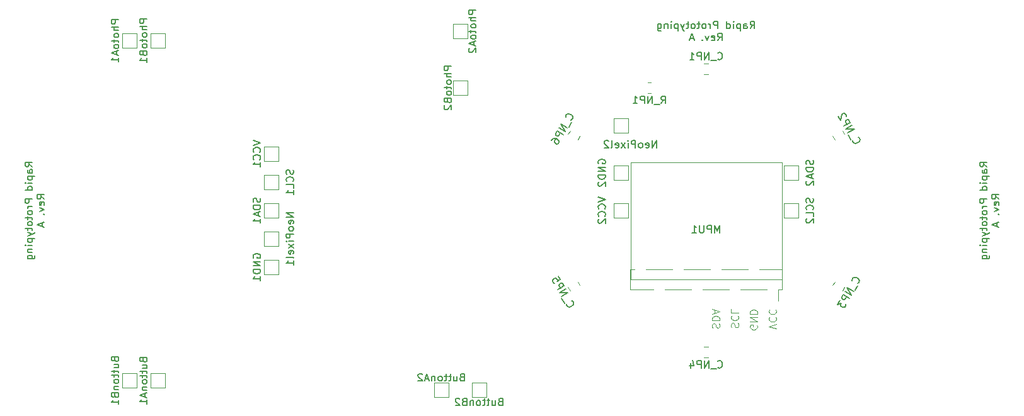
<source format=gbr>
%TF.GenerationSoftware,KiCad,Pcbnew,7.0.10*%
%TF.CreationDate,2024-02-12T11:39:43+01:00*%
%TF.ProjectId,EntangledHearts,456e7461-6e67-46c6-9564-486561727473,rev?*%
%TF.SameCoordinates,Original*%
%TF.FileFunction,Legend,Bot*%
%TF.FilePolarity,Positive*%
%FSLAX46Y46*%
G04 Gerber Fmt 4.6, Leading zero omitted, Abs format (unit mm)*
G04 Created by KiCad (PCBNEW 7.0.10) date 2024-02-12 11:39:43*
%MOMM*%
%LPD*%
G01*
G04 APERTURE LIST*
%ADD10C,0.150000*%
%ADD11C,0.100000*%
%ADD12C,0.120000*%
G04 APERTURE END LIST*
D10*
X173568572Y-77119819D02*
X173901905Y-76643628D01*
X174140000Y-77119819D02*
X174140000Y-76119819D01*
X174140000Y-76119819D02*
X173759048Y-76119819D01*
X173759048Y-76119819D02*
X173663810Y-76167438D01*
X173663810Y-76167438D02*
X173616191Y-76215057D01*
X173616191Y-76215057D02*
X173568572Y-76310295D01*
X173568572Y-76310295D02*
X173568572Y-76453152D01*
X173568572Y-76453152D02*
X173616191Y-76548390D01*
X173616191Y-76548390D02*
X173663810Y-76596009D01*
X173663810Y-76596009D02*
X173759048Y-76643628D01*
X173759048Y-76643628D02*
X174140000Y-76643628D01*
X172711429Y-77119819D02*
X172711429Y-76596009D01*
X172711429Y-76596009D02*
X172759048Y-76500771D01*
X172759048Y-76500771D02*
X172854286Y-76453152D01*
X172854286Y-76453152D02*
X173044762Y-76453152D01*
X173044762Y-76453152D02*
X173140000Y-76500771D01*
X172711429Y-77072200D02*
X172806667Y-77119819D01*
X172806667Y-77119819D02*
X173044762Y-77119819D01*
X173044762Y-77119819D02*
X173140000Y-77072200D01*
X173140000Y-77072200D02*
X173187619Y-76976961D01*
X173187619Y-76976961D02*
X173187619Y-76881723D01*
X173187619Y-76881723D02*
X173140000Y-76786485D01*
X173140000Y-76786485D02*
X173044762Y-76738866D01*
X173044762Y-76738866D02*
X172806667Y-76738866D01*
X172806667Y-76738866D02*
X172711429Y-76691247D01*
X172235238Y-76453152D02*
X172235238Y-77453152D01*
X172235238Y-76500771D02*
X172140000Y-76453152D01*
X172140000Y-76453152D02*
X171949524Y-76453152D01*
X171949524Y-76453152D02*
X171854286Y-76500771D01*
X171854286Y-76500771D02*
X171806667Y-76548390D01*
X171806667Y-76548390D02*
X171759048Y-76643628D01*
X171759048Y-76643628D02*
X171759048Y-76929342D01*
X171759048Y-76929342D02*
X171806667Y-77024580D01*
X171806667Y-77024580D02*
X171854286Y-77072200D01*
X171854286Y-77072200D02*
X171949524Y-77119819D01*
X171949524Y-77119819D02*
X172140000Y-77119819D01*
X172140000Y-77119819D02*
X172235238Y-77072200D01*
X171330476Y-77119819D02*
X171330476Y-76453152D01*
X171330476Y-76119819D02*
X171378095Y-76167438D01*
X171378095Y-76167438D02*
X171330476Y-76215057D01*
X171330476Y-76215057D02*
X171282857Y-76167438D01*
X171282857Y-76167438D02*
X171330476Y-76119819D01*
X171330476Y-76119819D02*
X171330476Y-76215057D01*
X170425715Y-77119819D02*
X170425715Y-76119819D01*
X170425715Y-77072200D02*
X170520953Y-77119819D01*
X170520953Y-77119819D02*
X170711429Y-77119819D01*
X170711429Y-77119819D02*
X170806667Y-77072200D01*
X170806667Y-77072200D02*
X170854286Y-77024580D01*
X170854286Y-77024580D02*
X170901905Y-76929342D01*
X170901905Y-76929342D02*
X170901905Y-76643628D01*
X170901905Y-76643628D02*
X170854286Y-76548390D01*
X170854286Y-76548390D02*
X170806667Y-76500771D01*
X170806667Y-76500771D02*
X170711429Y-76453152D01*
X170711429Y-76453152D02*
X170520953Y-76453152D01*
X170520953Y-76453152D02*
X170425715Y-76500771D01*
X169187619Y-77119819D02*
X169187619Y-76119819D01*
X169187619Y-76119819D02*
X168806667Y-76119819D01*
X168806667Y-76119819D02*
X168711429Y-76167438D01*
X168711429Y-76167438D02*
X168663810Y-76215057D01*
X168663810Y-76215057D02*
X168616191Y-76310295D01*
X168616191Y-76310295D02*
X168616191Y-76453152D01*
X168616191Y-76453152D02*
X168663810Y-76548390D01*
X168663810Y-76548390D02*
X168711429Y-76596009D01*
X168711429Y-76596009D02*
X168806667Y-76643628D01*
X168806667Y-76643628D02*
X169187619Y-76643628D01*
X168187619Y-77119819D02*
X168187619Y-76453152D01*
X168187619Y-76643628D02*
X168140000Y-76548390D01*
X168140000Y-76548390D02*
X168092381Y-76500771D01*
X168092381Y-76500771D02*
X167997143Y-76453152D01*
X167997143Y-76453152D02*
X167901905Y-76453152D01*
X167425714Y-77119819D02*
X167520952Y-77072200D01*
X167520952Y-77072200D02*
X167568571Y-77024580D01*
X167568571Y-77024580D02*
X167616190Y-76929342D01*
X167616190Y-76929342D02*
X167616190Y-76643628D01*
X167616190Y-76643628D02*
X167568571Y-76548390D01*
X167568571Y-76548390D02*
X167520952Y-76500771D01*
X167520952Y-76500771D02*
X167425714Y-76453152D01*
X167425714Y-76453152D02*
X167282857Y-76453152D01*
X167282857Y-76453152D02*
X167187619Y-76500771D01*
X167187619Y-76500771D02*
X167140000Y-76548390D01*
X167140000Y-76548390D02*
X167092381Y-76643628D01*
X167092381Y-76643628D02*
X167092381Y-76929342D01*
X167092381Y-76929342D02*
X167140000Y-77024580D01*
X167140000Y-77024580D02*
X167187619Y-77072200D01*
X167187619Y-77072200D02*
X167282857Y-77119819D01*
X167282857Y-77119819D02*
X167425714Y-77119819D01*
X166806666Y-76453152D02*
X166425714Y-76453152D01*
X166663809Y-76119819D02*
X166663809Y-76976961D01*
X166663809Y-76976961D02*
X166616190Y-77072200D01*
X166616190Y-77072200D02*
X166520952Y-77119819D01*
X166520952Y-77119819D02*
X166425714Y-77119819D01*
X165949523Y-77119819D02*
X166044761Y-77072200D01*
X166044761Y-77072200D02*
X166092380Y-77024580D01*
X166092380Y-77024580D02*
X166139999Y-76929342D01*
X166139999Y-76929342D02*
X166139999Y-76643628D01*
X166139999Y-76643628D02*
X166092380Y-76548390D01*
X166092380Y-76548390D02*
X166044761Y-76500771D01*
X166044761Y-76500771D02*
X165949523Y-76453152D01*
X165949523Y-76453152D02*
X165806666Y-76453152D01*
X165806666Y-76453152D02*
X165711428Y-76500771D01*
X165711428Y-76500771D02*
X165663809Y-76548390D01*
X165663809Y-76548390D02*
X165616190Y-76643628D01*
X165616190Y-76643628D02*
X165616190Y-76929342D01*
X165616190Y-76929342D02*
X165663809Y-77024580D01*
X165663809Y-77024580D02*
X165711428Y-77072200D01*
X165711428Y-77072200D02*
X165806666Y-77119819D01*
X165806666Y-77119819D02*
X165949523Y-77119819D01*
X165330475Y-76453152D02*
X164949523Y-76453152D01*
X165187618Y-76119819D02*
X165187618Y-76976961D01*
X165187618Y-76976961D02*
X165139999Y-77072200D01*
X165139999Y-77072200D02*
X165044761Y-77119819D01*
X165044761Y-77119819D02*
X164949523Y-77119819D01*
X164711427Y-76453152D02*
X164473332Y-77119819D01*
X164235237Y-76453152D02*
X164473332Y-77119819D01*
X164473332Y-77119819D02*
X164568570Y-77357914D01*
X164568570Y-77357914D02*
X164616189Y-77405533D01*
X164616189Y-77405533D02*
X164711427Y-77453152D01*
X163854284Y-76453152D02*
X163854284Y-77453152D01*
X163854284Y-76500771D02*
X163759046Y-76453152D01*
X163759046Y-76453152D02*
X163568570Y-76453152D01*
X163568570Y-76453152D02*
X163473332Y-76500771D01*
X163473332Y-76500771D02*
X163425713Y-76548390D01*
X163425713Y-76548390D02*
X163378094Y-76643628D01*
X163378094Y-76643628D02*
X163378094Y-76929342D01*
X163378094Y-76929342D02*
X163425713Y-77024580D01*
X163425713Y-77024580D02*
X163473332Y-77072200D01*
X163473332Y-77072200D02*
X163568570Y-77119819D01*
X163568570Y-77119819D02*
X163759046Y-77119819D01*
X163759046Y-77119819D02*
X163854284Y-77072200D01*
X162949522Y-77119819D02*
X162949522Y-76453152D01*
X162949522Y-76119819D02*
X162997141Y-76167438D01*
X162997141Y-76167438D02*
X162949522Y-76215057D01*
X162949522Y-76215057D02*
X162901903Y-76167438D01*
X162901903Y-76167438D02*
X162949522Y-76119819D01*
X162949522Y-76119819D02*
X162949522Y-76215057D01*
X162473332Y-76453152D02*
X162473332Y-77119819D01*
X162473332Y-76548390D02*
X162425713Y-76500771D01*
X162425713Y-76500771D02*
X162330475Y-76453152D01*
X162330475Y-76453152D02*
X162187618Y-76453152D01*
X162187618Y-76453152D02*
X162092380Y-76500771D01*
X162092380Y-76500771D02*
X162044761Y-76596009D01*
X162044761Y-76596009D02*
X162044761Y-77119819D01*
X161139999Y-76453152D02*
X161139999Y-77262676D01*
X161139999Y-77262676D02*
X161187618Y-77357914D01*
X161187618Y-77357914D02*
X161235237Y-77405533D01*
X161235237Y-77405533D02*
X161330475Y-77453152D01*
X161330475Y-77453152D02*
X161473332Y-77453152D01*
X161473332Y-77453152D02*
X161568570Y-77405533D01*
X161139999Y-77072200D02*
X161235237Y-77119819D01*
X161235237Y-77119819D02*
X161425713Y-77119819D01*
X161425713Y-77119819D02*
X161520951Y-77072200D01*
X161520951Y-77072200D02*
X161568570Y-77024580D01*
X161568570Y-77024580D02*
X161616189Y-76929342D01*
X161616189Y-76929342D02*
X161616189Y-76643628D01*
X161616189Y-76643628D02*
X161568570Y-76548390D01*
X161568570Y-76548390D02*
X161520951Y-76500771D01*
X161520951Y-76500771D02*
X161425713Y-76453152D01*
X161425713Y-76453152D02*
X161235237Y-76453152D01*
X161235237Y-76453152D02*
X161139999Y-76500771D01*
X169187619Y-78729819D02*
X169520952Y-78253628D01*
X169759047Y-78729819D02*
X169759047Y-77729819D01*
X169759047Y-77729819D02*
X169378095Y-77729819D01*
X169378095Y-77729819D02*
X169282857Y-77777438D01*
X169282857Y-77777438D02*
X169235238Y-77825057D01*
X169235238Y-77825057D02*
X169187619Y-77920295D01*
X169187619Y-77920295D02*
X169187619Y-78063152D01*
X169187619Y-78063152D02*
X169235238Y-78158390D01*
X169235238Y-78158390D02*
X169282857Y-78206009D01*
X169282857Y-78206009D02*
X169378095Y-78253628D01*
X169378095Y-78253628D02*
X169759047Y-78253628D01*
X168378095Y-78682200D02*
X168473333Y-78729819D01*
X168473333Y-78729819D02*
X168663809Y-78729819D01*
X168663809Y-78729819D02*
X168759047Y-78682200D01*
X168759047Y-78682200D02*
X168806666Y-78586961D01*
X168806666Y-78586961D02*
X168806666Y-78206009D01*
X168806666Y-78206009D02*
X168759047Y-78110771D01*
X168759047Y-78110771D02*
X168663809Y-78063152D01*
X168663809Y-78063152D02*
X168473333Y-78063152D01*
X168473333Y-78063152D02*
X168378095Y-78110771D01*
X168378095Y-78110771D02*
X168330476Y-78206009D01*
X168330476Y-78206009D02*
X168330476Y-78301247D01*
X168330476Y-78301247D02*
X168806666Y-78396485D01*
X167997142Y-78063152D02*
X167759047Y-78729819D01*
X167759047Y-78729819D02*
X167520952Y-78063152D01*
X167139999Y-78634580D02*
X167092380Y-78682200D01*
X167092380Y-78682200D02*
X167139999Y-78729819D01*
X167139999Y-78729819D02*
X167187618Y-78682200D01*
X167187618Y-78682200D02*
X167139999Y-78634580D01*
X167139999Y-78634580D02*
X167139999Y-78729819D01*
X165949523Y-78444104D02*
X165473333Y-78444104D01*
X166044761Y-78729819D02*
X165711428Y-77729819D01*
X165711428Y-77729819D02*
X165378095Y-78729819D01*
X205389819Y-95671427D02*
X204913628Y-95338094D01*
X205389819Y-95099999D02*
X204389819Y-95099999D01*
X204389819Y-95099999D02*
X204389819Y-95480951D01*
X204389819Y-95480951D02*
X204437438Y-95576189D01*
X204437438Y-95576189D02*
X204485057Y-95623808D01*
X204485057Y-95623808D02*
X204580295Y-95671427D01*
X204580295Y-95671427D02*
X204723152Y-95671427D01*
X204723152Y-95671427D02*
X204818390Y-95623808D01*
X204818390Y-95623808D02*
X204866009Y-95576189D01*
X204866009Y-95576189D02*
X204913628Y-95480951D01*
X204913628Y-95480951D02*
X204913628Y-95099999D01*
X205389819Y-96528570D02*
X204866009Y-96528570D01*
X204866009Y-96528570D02*
X204770771Y-96480951D01*
X204770771Y-96480951D02*
X204723152Y-96385713D01*
X204723152Y-96385713D02*
X204723152Y-96195237D01*
X204723152Y-96195237D02*
X204770771Y-96099999D01*
X205342200Y-96528570D02*
X205389819Y-96433332D01*
X205389819Y-96433332D02*
X205389819Y-96195237D01*
X205389819Y-96195237D02*
X205342200Y-96099999D01*
X205342200Y-96099999D02*
X205246961Y-96052380D01*
X205246961Y-96052380D02*
X205151723Y-96052380D01*
X205151723Y-96052380D02*
X205056485Y-96099999D01*
X205056485Y-96099999D02*
X205008866Y-96195237D01*
X205008866Y-96195237D02*
X205008866Y-96433332D01*
X205008866Y-96433332D02*
X204961247Y-96528570D01*
X204723152Y-97004761D02*
X205723152Y-97004761D01*
X204770771Y-97004761D02*
X204723152Y-97099999D01*
X204723152Y-97099999D02*
X204723152Y-97290475D01*
X204723152Y-97290475D02*
X204770771Y-97385713D01*
X204770771Y-97385713D02*
X204818390Y-97433332D01*
X204818390Y-97433332D02*
X204913628Y-97480951D01*
X204913628Y-97480951D02*
X205199342Y-97480951D01*
X205199342Y-97480951D02*
X205294580Y-97433332D01*
X205294580Y-97433332D02*
X205342200Y-97385713D01*
X205342200Y-97385713D02*
X205389819Y-97290475D01*
X205389819Y-97290475D02*
X205389819Y-97099999D01*
X205389819Y-97099999D02*
X205342200Y-97004761D01*
X205389819Y-97909523D02*
X204723152Y-97909523D01*
X204389819Y-97909523D02*
X204437438Y-97861904D01*
X204437438Y-97861904D02*
X204485057Y-97909523D01*
X204485057Y-97909523D02*
X204437438Y-97957142D01*
X204437438Y-97957142D02*
X204389819Y-97909523D01*
X204389819Y-97909523D02*
X204485057Y-97909523D01*
X205389819Y-98814284D02*
X204389819Y-98814284D01*
X205342200Y-98814284D02*
X205389819Y-98719046D01*
X205389819Y-98719046D02*
X205389819Y-98528570D01*
X205389819Y-98528570D02*
X205342200Y-98433332D01*
X205342200Y-98433332D02*
X205294580Y-98385713D01*
X205294580Y-98385713D02*
X205199342Y-98338094D01*
X205199342Y-98338094D02*
X204913628Y-98338094D01*
X204913628Y-98338094D02*
X204818390Y-98385713D01*
X204818390Y-98385713D02*
X204770771Y-98433332D01*
X204770771Y-98433332D02*
X204723152Y-98528570D01*
X204723152Y-98528570D02*
X204723152Y-98719046D01*
X204723152Y-98719046D02*
X204770771Y-98814284D01*
X205389819Y-100052380D02*
X204389819Y-100052380D01*
X204389819Y-100052380D02*
X204389819Y-100433332D01*
X204389819Y-100433332D02*
X204437438Y-100528570D01*
X204437438Y-100528570D02*
X204485057Y-100576189D01*
X204485057Y-100576189D02*
X204580295Y-100623808D01*
X204580295Y-100623808D02*
X204723152Y-100623808D01*
X204723152Y-100623808D02*
X204818390Y-100576189D01*
X204818390Y-100576189D02*
X204866009Y-100528570D01*
X204866009Y-100528570D02*
X204913628Y-100433332D01*
X204913628Y-100433332D02*
X204913628Y-100052380D01*
X205389819Y-101052380D02*
X204723152Y-101052380D01*
X204913628Y-101052380D02*
X204818390Y-101099999D01*
X204818390Y-101099999D02*
X204770771Y-101147618D01*
X204770771Y-101147618D02*
X204723152Y-101242856D01*
X204723152Y-101242856D02*
X204723152Y-101338094D01*
X205389819Y-101814285D02*
X205342200Y-101719047D01*
X205342200Y-101719047D02*
X205294580Y-101671428D01*
X205294580Y-101671428D02*
X205199342Y-101623809D01*
X205199342Y-101623809D02*
X204913628Y-101623809D01*
X204913628Y-101623809D02*
X204818390Y-101671428D01*
X204818390Y-101671428D02*
X204770771Y-101719047D01*
X204770771Y-101719047D02*
X204723152Y-101814285D01*
X204723152Y-101814285D02*
X204723152Y-101957142D01*
X204723152Y-101957142D02*
X204770771Y-102052380D01*
X204770771Y-102052380D02*
X204818390Y-102099999D01*
X204818390Y-102099999D02*
X204913628Y-102147618D01*
X204913628Y-102147618D02*
X205199342Y-102147618D01*
X205199342Y-102147618D02*
X205294580Y-102099999D01*
X205294580Y-102099999D02*
X205342200Y-102052380D01*
X205342200Y-102052380D02*
X205389819Y-101957142D01*
X205389819Y-101957142D02*
X205389819Y-101814285D01*
X204723152Y-102433333D02*
X204723152Y-102814285D01*
X204389819Y-102576190D02*
X205246961Y-102576190D01*
X205246961Y-102576190D02*
X205342200Y-102623809D01*
X205342200Y-102623809D02*
X205389819Y-102719047D01*
X205389819Y-102719047D02*
X205389819Y-102814285D01*
X205389819Y-103290476D02*
X205342200Y-103195238D01*
X205342200Y-103195238D02*
X205294580Y-103147619D01*
X205294580Y-103147619D02*
X205199342Y-103100000D01*
X205199342Y-103100000D02*
X204913628Y-103100000D01*
X204913628Y-103100000D02*
X204818390Y-103147619D01*
X204818390Y-103147619D02*
X204770771Y-103195238D01*
X204770771Y-103195238D02*
X204723152Y-103290476D01*
X204723152Y-103290476D02*
X204723152Y-103433333D01*
X204723152Y-103433333D02*
X204770771Y-103528571D01*
X204770771Y-103528571D02*
X204818390Y-103576190D01*
X204818390Y-103576190D02*
X204913628Y-103623809D01*
X204913628Y-103623809D02*
X205199342Y-103623809D01*
X205199342Y-103623809D02*
X205294580Y-103576190D01*
X205294580Y-103576190D02*
X205342200Y-103528571D01*
X205342200Y-103528571D02*
X205389819Y-103433333D01*
X205389819Y-103433333D02*
X205389819Y-103290476D01*
X204723152Y-103909524D02*
X204723152Y-104290476D01*
X204389819Y-104052381D02*
X205246961Y-104052381D01*
X205246961Y-104052381D02*
X205342200Y-104100000D01*
X205342200Y-104100000D02*
X205389819Y-104195238D01*
X205389819Y-104195238D02*
X205389819Y-104290476D01*
X204723152Y-104528572D02*
X205389819Y-104766667D01*
X204723152Y-105004762D02*
X205389819Y-104766667D01*
X205389819Y-104766667D02*
X205627914Y-104671429D01*
X205627914Y-104671429D02*
X205675533Y-104623810D01*
X205675533Y-104623810D02*
X205723152Y-104528572D01*
X204723152Y-105385715D02*
X205723152Y-105385715D01*
X204770771Y-105385715D02*
X204723152Y-105480953D01*
X204723152Y-105480953D02*
X204723152Y-105671429D01*
X204723152Y-105671429D02*
X204770771Y-105766667D01*
X204770771Y-105766667D02*
X204818390Y-105814286D01*
X204818390Y-105814286D02*
X204913628Y-105861905D01*
X204913628Y-105861905D02*
X205199342Y-105861905D01*
X205199342Y-105861905D02*
X205294580Y-105814286D01*
X205294580Y-105814286D02*
X205342200Y-105766667D01*
X205342200Y-105766667D02*
X205389819Y-105671429D01*
X205389819Y-105671429D02*
X205389819Y-105480953D01*
X205389819Y-105480953D02*
X205342200Y-105385715D01*
X205389819Y-106290477D02*
X204723152Y-106290477D01*
X204389819Y-106290477D02*
X204437438Y-106242858D01*
X204437438Y-106242858D02*
X204485057Y-106290477D01*
X204485057Y-106290477D02*
X204437438Y-106338096D01*
X204437438Y-106338096D02*
X204389819Y-106290477D01*
X204389819Y-106290477D02*
X204485057Y-106290477D01*
X204723152Y-106766667D02*
X205389819Y-106766667D01*
X204818390Y-106766667D02*
X204770771Y-106814286D01*
X204770771Y-106814286D02*
X204723152Y-106909524D01*
X204723152Y-106909524D02*
X204723152Y-107052381D01*
X204723152Y-107052381D02*
X204770771Y-107147619D01*
X204770771Y-107147619D02*
X204866009Y-107195238D01*
X204866009Y-107195238D02*
X205389819Y-107195238D01*
X204723152Y-108100000D02*
X205532676Y-108100000D01*
X205532676Y-108100000D02*
X205627914Y-108052381D01*
X205627914Y-108052381D02*
X205675533Y-108004762D01*
X205675533Y-108004762D02*
X205723152Y-107909524D01*
X205723152Y-107909524D02*
X205723152Y-107766667D01*
X205723152Y-107766667D02*
X205675533Y-107671429D01*
X205342200Y-108100000D02*
X205389819Y-108004762D01*
X205389819Y-108004762D02*
X205389819Y-107814286D01*
X205389819Y-107814286D02*
X205342200Y-107719048D01*
X205342200Y-107719048D02*
X205294580Y-107671429D01*
X205294580Y-107671429D02*
X205199342Y-107623810D01*
X205199342Y-107623810D02*
X204913628Y-107623810D01*
X204913628Y-107623810D02*
X204818390Y-107671429D01*
X204818390Y-107671429D02*
X204770771Y-107719048D01*
X204770771Y-107719048D02*
X204723152Y-107814286D01*
X204723152Y-107814286D02*
X204723152Y-108004762D01*
X204723152Y-108004762D02*
X204770771Y-108100000D01*
X206999819Y-100052380D02*
X206523628Y-99719047D01*
X206999819Y-99480952D02*
X205999819Y-99480952D01*
X205999819Y-99480952D02*
X205999819Y-99861904D01*
X205999819Y-99861904D02*
X206047438Y-99957142D01*
X206047438Y-99957142D02*
X206095057Y-100004761D01*
X206095057Y-100004761D02*
X206190295Y-100052380D01*
X206190295Y-100052380D02*
X206333152Y-100052380D01*
X206333152Y-100052380D02*
X206428390Y-100004761D01*
X206428390Y-100004761D02*
X206476009Y-99957142D01*
X206476009Y-99957142D02*
X206523628Y-99861904D01*
X206523628Y-99861904D02*
X206523628Y-99480952D01*
X206952200Y-100861904D02*
X206999819Y-100766666D01*
X206999819Y-100766666D02*
X206999819Y-100576190D01*
X206999819Y-100576190D02*
X206952200Y-100480952D01*
X206952200Y-100480952D02*
X206856961Y-100433333D01*
X206856961Y-100433333D02*
X206476009Y-100433333D01*
X206476009Y-100433333D02*
X206380771Y-100480952D01*
X206380771Y-100480952D02*
X206333152Y-100576190D01*
X206333152Y-100576190D02*
X206333152Y-100766666D01*
X206333152Y-100766666D02*
X206380771Y-100861904D01*
X206380771Y-100861904D02*
X206476009Y-100909523D01*
X206476009Y-100909523D02*
X206571247Y-100909523D01*
X206571247Y-100909523D02*
X206666485Y-100433333D01*
X206333152Y-101242857D02*
X206999819Y-101480952D01*
X206999819Y-101480952D02*
X206333152Y-101719047D01*
X206904580Y-102100000D02*
X206952200Y-102147619D01*
X206952200Y-102147619D02*
X206999819Y-102100000D01*
X206999819Y-102100000D02*
X206952200Y-102052381D01*
X206952200Y-102052381D02*
X206904580Y-102100000D01*
X206904580Y-102100000D02*
X206999819Y-102100000D01*
X206714104Y-103290476D02*
X206714104Y-103766666D01*
X206999819Y-103195238D02*
X205999819Y-103528571D01*
X205999819Y-103528571D02*
X206999819Y-103861904D01*
X77119819Y-95671427D02*
X76643628Y-95338094D01*
X77119819Y-95099999D02*
X76119819Y-95099999D01*
X76119819Y-95099999D02*
X76119819Y-95480951D01*
X76119819Y-95480951D02*
X76167438Y-95576189D01*
X76167438Y-95576189D02*
X76215057Y-95623808D01*
X76215057Y-95623808D02*
X76310295Y-95671427D01*
X76310295Y-95671427D02*
X76453152Y-95671427D01*
X76453152Y-95671427D02*
X76548390Y-95623808D01*
X76548390Y-95623808D02*
X76596009Y-95576189D01*
X76596009Y-95576189D02*
X76643628Y-95480951D01*
X76643628Y-95480951D02*
X76643628Y-95099999D01*
X77119819Y-96528570D02*
X76596009Y-96528570D01*
X76596009Y-96528570D02*
X76500771Y-96480951D01*
X76500771Y-96480951D02*
X76453152Y-96385713D01*
X76453152Y-96385713D02*
X76453152Y-96195237D01*
X76453152Y-96195237D02*
X76500771Y-96099999D01*
X77072200Y-96528570D02*
X77119819Y-96433332D01*
X77119819Y-96433332D02*
X77119819Y-96195237D01*
X77119819Y-96195237D02*
X77072200Y-96099999D01*
X77072200Y-96099999D02*
X76976961Y-96052380D01*
X76976961Y-96052380D02*
X76881723Y-96052380D01*
X76881723Y-96052380D02*
X76786485Y-96099999D01*
X76786485Y-96099999D02*
X76738866Y-96195237D01*
X76738866Y-96195237D02*
X76738866Y-96433332D01*
X76738866Y-96433332D02*
X76691247Y-96528570D01*
X76453152Y-97004761D02*
X77453152Y-97004761D01*
X76500771Y-97004761D02*
X76453152Y-97099999D01*
X76453152Y-97099999D02*
X76453152Y-97290475D01*
X76453152Y-97290475D02*
X76500771Y-97385713D01*
X76500771Y-97385713D02*
X76548390Y-97433332D01*
X76548390Y-97433332D02*
X76643628Y-97480951D01*
X76643628Y-97480951D02*
X76929342Y-97480951D01*
X76929342Y-97480951D02*
X77024580Y-97433332D01*
X77024580Y-97433332D02*
X77072200Y-97385713D01*
X77072200Y-97385713D02*
X77119819Y-97290475D01*
X77119819Y-97290475D02*
X77119819Y-97099999D01*
X77119819Y-97099999D02*
X77072200Y-97004761D01*
X77119819Y-97909523D02*
X76453152Y-97909523D01*
X76119819Y-97909523D02*
X76167438Y-97861904D01*
X76167438Y-97861904D02*
X76215057Y-97909523D01*
X76215057Y-97909523D02*
X76167438Y-97957142D01*
X76167438Y-97957142D02*
X76119819Y-97909523D01*
X76119819Y-97909523D02*
X76215057Y-97909523D01*
X77119819Y-98814284D02*
X76119819Y-98814284D01*
X77072200Y-98814284D02*
X77119819Y-98719046D01*
X77119819Y-98719046D02*
X77119819Y-98528570D01*
X77119819Y-98528570D02*
X77072200Y-98433332D01*
X77072200Y-98433332D02*
X77024580Y-98385713D01*
X77024580Y-98385713D02*
X76929342Y-98338094D01*
X76929342Y-98338094D02*
X76643628Y-98338094D01*
X76643628Y-98338094D02*
X76548390Y-98385713D01*
X76548390Y-98385713D02*
X76500771Y-98433332D01*
X76500771Y-98433332D02*
X76453152Y-98528570D01*
X76453152Y-98528570D02*
X76453152Y-98719046D01*
X76453152Y-98719046D02*
X76500771Y-98814284D01*
X77119819Y-100052380D02*
X76119819Y-100052380D01*
X76119819Y-100052380D02*
X76119819Y-100433332D01*
X76119819Y-100433332D02*
X76167438Y-100528570D01*
X76167438Y-100528570D02*
X76215057Y-100576189D01*
X76215057Y-100576189D02*
X76310295Y-100623808D01*
X76310295Y-100623808D02*
X76453152Y-100623808D01*
X76453152Y-100623808D02*
X76548390Y-100576189D01*
X76548390Y-100576189D02*
X76596009Y-100528570D01*
X76596009Y-100528570D02*
X76643628Y-100433332D01*
X76643628Y-100433332D02*
X76643628Y-100052380D01*
X77119819Y-101052380D02*
X76453152Y-101052380D01*
X76643628Y-101052380D02*
X76548390Y-101099999D01*
X76548390Y-101099999D02*
X76500771Y-101147618D01*
X76500771Y-101147618D02*
X76453152Y-101242856D01*
X76453152Y-101242856D02*
X76453152Y-101338094D01*
X77119819Y-101814285D02*
X77072200Y-101719047D01*
X77072200Y-101719047D02*
X77024580Y-101671428D01*
X77024580Y-101671428D02*
X76929342Y-101623809D01*
X76929342Y-101623809D02*
X76643628Y-101623809D01*
X76643628Y-101623809D02*
X76548390Y-101671428D01*
X76548390Y-101671428D02*
X76500771Y-101719047D01*
X76500771Y-101719047D02*
X76453152Y-101814285D01*
X76453152Y-101814285D02*
X76453152Y-101957142D01*
X76453152Y-101957142D02*
X76500771Y-102052380D01*
X76500771Y-102052380D02*
X76548390Y-102099999D01*
X76548390Y-102099999D02*
X76643628Y-102147618D01*
X76643628Y-102147618D02*
X76929342Y-102147618D01*
X76929342Y-102147618D02*
X77024580Y-102099999D01*
X77024580Y-102099999D02*
X77072200Y-102052380D01*
X77072200Y-102052380D02*
X77119819Y-101957142D01*
X77119819Y-101957142D02*
X77119819Y-101814285D01*
X76453152Y-102433333D02*
X76453152Y-102814285D01*
X76119819Y-102576190D02*
X76976961Y-102576190D01*
X76976961Y-102576190D02*
X77072200Y-102623809D01*
X77072200Y-102623809D02*
X77119819Y-102719047D01*
X77119819Y-102719047D02*
X77119819Y-102814285D01*
X77119819Y-103290476D02*
X77072200Y-103195238D01*
X77072200Y-103195238D02*
X77024580Y-103147619D01*
X77024580Y-103147619D02*
X76929342Y-103100000D01*
X76929342Y-103100000D02*
X76643628Y-103100000D01*
X76643628Y-103100000D02*
X76548390Y-103147619D01*
X76548390Y-103147619D02*
X76500771Y-103195238D01*
X76500771Y-103195238D02*
X76453152Y-103290476D01*
X76453152Y-103290476D02*
X76453152Y-103433333D01*
X76453152Y-103433333D02*
X76500771Y-103528571D01*
X76500771Y-103528571D02*
X76548390Y-103576190D01*
X76548390Y-103576190D02*
X76643628Y-103623809D01*
X76643628Y-103623809D02*
X76929342Y-103623809D01*
X76929342Y-103623809D02*
X77024580Y-103576190D01*
X77024580Y-103576190D02*
X77072200Y-103528571D01*
X77072200Y-103528571D02*
X77119819Y-103433333D01*
X77119819Y-103433333D02*
X77119819Y-103290476D01*
X76453152Y-103909524D02*
X76453152Y-104290476D01*
X76119819Y-104052381D02*
X76976961Y-104052381D01*
X76976961Y-104052381D02*
X77072200Y-104100000D01*
X77072200Y-104100000D02*
X77119819Y-104195238D01*
X77119819Y-104195238D02*
X77119819Y-104290476D01*
X76453152Y-104528572D02*
X77119819Y-104766667D01*
X76453152Y-105004762D02*
X77119819Y-104766667D01*
X77119819Y-104766667D02*
X77357914Y-104671429D01*
X77357914Y-104671429D02*
X77405533Y-104623810D01*
X77405533Y-104623810D02*
X77453152Y-104528572D01*
X76453152Y-105385715D02*
X77453152Y-105385715D01*
X76500771Y-105385715D02*
X76453152Y-105480953D01*
X76453152Y-105480953D02*
X76453152Y-105671429D01*
X76453152Y-105671429D02*
X76500771Y-105766667D01*
X76500771Y-105766667D02*
X76548390Y-105814286D01*
X76548390Y-105814286D02*
X76643628Y-105861905D01*
X76643628Y-105861905D02*
X76929342Y-105861905D01*
X76929342Y-105861905D02*
X77024580Y-105814286D01*
X77024580Y-105814286D02*
X77072200Y-105766667D01*
X77072200Y-105766667D02*
X77119819Y-105671429D01*
X77119819Y-105671429D02*
X77119819Y-105480953D01*
X77119819Y-105480953D02*
X77072200Y-105385715D01*
X77119819Y-106290477D02*
X76453152Y-106290477D01*
X76119819Y-106290477D02*
X76167438Y-106242858D01*
X76167438Y-106242858D02*
X76215057Y-106290477D01*
X76215057Y-106290477D02*
X76167438Y-106338096D01*
X76167438Y-106338096D02*
X76119819Y-106290477D01*
X76119819Y-106290477D02*
X76215057Y-106290477D01*
X76453152Y-106766667D02*
X77119819Y-106766667D01*
X76548390Y-106766667D02*
X76500771Y-106814286D01*
X76500771Y-106814286D02*
X76453152Y-106909524D01*
X76453152Y-106909524D02*
X76453152Y-107052381D01*
X76453152Y-107052381D02*
X76500771Y-107147619D01*
X76500771Y-107147619D02*
X76596009Y-107195238D01*
X76596009Y-107195238D02*
X77119819Y-107195238D01*
X76453152Y-108100000D02*
X77262676Y-108100000D01*
X77262676Y-108100000D02*
X77357914Y-108052381D01*
X77357914Y-108052381D02*
X77405533Y-108004762D01*
X77405533Y-108004762D02*
X77453152Y-107909524D01*
X77453152Y-107909524D02*
X77453152Y-107766667D01*
X77453152Y-107766667D02*
X77405533Y-107671429D01*
X77072200Y-108100000D02*
X77119819Y-108004762D01*
X77119819Y-108004762D02*
X77119819Y-107814286D01*
X77119819Y-107814286D02*
X77072200Y-107719048D01*
X77072200Y-107719048D02*
X77024580Y-107671429D01*
X77024580Y-107671429D02*
X76929342Y-107623810D01*
X76929342Y-107623810D02*
X76643628Y-107623810D01*
X76643628Y-107623810D02*
X76548390Y-107671429D01*
X76548390Y-107671429D02*
X76500771Y-107719048D01*
X76500771Y-107719048D02*
X76453152Y-107814286D01*
X76453152Y-107814286D02*
X76453152Y-108004762D01*
X76453152Y-108004762D02*
X76500771Y-108100000D01*
X78729819Y-100052380D02*
X78253628Y-99719047D01*
X78729819Y-99480952D02*
X77729819Y-99480952D01*
X77729819Y-99480952D02*
X77729819Y-99861904D01*
X77729819Y-99861904D02*
X77777438Y-99957142D01*
X77777438Y-99957142D02*
X77825057Y-100004761D01*
X77825057Y-100004761D02*
X77920295Y-100052380D01*
X77920295Y-100052380D02*
X78063152Y-100052380D01*
X78063152Y-100052380D02*
X78158390Y-100004761D01*
X78158390Y-100004761D02*
X78206009Y-99957142D01*
X78206009Y-99957142D02*
X78253628Y-99861904D01*
X78253628Y-99861904D02*
X78253628Y-99480952D01*
X78682200Y-100861904D02*
X78729819Y-100766666D01*
X78729819Y-100766666D02*
X78729819Y-100576190D01*
X78729819Y-100576190D02*
X78682200Y-100480952D01*
X78682200Y-100480952D02*
X78586961Y-100433333D01*
X78586961Y-100433333D02*
X78206009Y-100433333D01*
X78206009Y-100433333D02*
X78110771Y-100480952D01*
X78110771Y-100480952D02*
X78063152Y-100576190D01*
X78063152Y-100576190D02*
X78063152Y-100766666D01*
X78063152Y-100766666D02*
X78110771Y-100861904D01*
X78110771Y-100861904D02*
X78206009Y-100909523D01*
X78206009Y-100909523D02*
X78301247Y-100909523D01*
X78301247Y-100909523D02*
X78396485Y-100433333D01*
X78063152Y-101242857D02*
X78729819Y-101480952D01*
X78729819Y-101480952D02*
X78063152Y-101719047D01*
X78634580Y-102100000D02*
X78682200Y-102147619D01*
X78682200Y-102147619D02*
X78729819Y-102100000D01*
X78729819Y-102100000D02*
X78682200Y-102052381D01*
X78682200Y-102052381D02*
X78634580Y-102100000D01*
X78634580Y-102100000D02*
X78729819Y-102100000D01*
X78444104Y-103290476D02*
X78444104Y-103766666D01*
X78729819Y-103195238D02*
X77729819Y-103528571D01*
X77729819Y-103528571D02*
X78729819Y-103861904D01*
X133426819Y-82209047D02*
X132426819Y-82209047D01*
X132426819Y-82209047D02*
X132426819Y-82589999D01*
X132426819Y-82589999D02*
X132474438Y-82685237D01*
X132474438Y-82685237D02*
X132522057Y-82732856D01*
X132522057Y-82732856D02*
X132617295Y-82780475D01*
X132617295Y-82780475D02*
X132760152Y-82780475D01*
X132760152Y-82780475D02*
X132855390Y-82732856D01*
X132855390Y-82732856D02*
X132903009Y-82685237D01*
X132903009Y-82685237D02*
X132950628Y-82589999D01*
X132950628Y-82589999D02*
X132950628Y-82209047D01*
X133426819Y-83209047D02*
X132426819Y-83209047D01*
X133426819Y-83637618D02*
X132903009Y-83637618D01*
X132903009Y-83637618D02*
X132807771Y-83589999D01*
X132807771Y-83589999D02*
X132760152Y-83494761D01*
X132760152Y-83494761D02*
X132760152Y-83351904D01*
X132760152Y-83351904D02*
X132807771Y-83256666D01*
X132807771Y-83256666D02*
X132855390Y-83209047D01*
X133426819Y-84256666D02*
X133379200Y-84161428D01*
X133379200Y-84161428D02*
X133331580Y-84113809D01*
X133331580Y-84113809D02*
X133236342Y-84066190D01*
X133236342Y-84066190D02*
X132950628Y-84066190D01*
X132950628Y-84066190D02*
X132855390Y-84113809D01*
X132855390Y-84113809D02*
X132807771Y-84161428D01*
X132807771Y-84161428D02*
X132760152Y-84256666D01*
X132760152Y-84256666D02*
X132760152Y-84399523D01*
X132760152Y-84399523D02*
X132807771Y-84494761D01*
X132807771Y-84494761D02*
X132855390Y-84542380D01*
X132855390Y-84542380D02*
X132950628Y-84589999D01*
X132950628Y-84589999D02*
X133236342Y-84589999D01*
X133236342Y-84589999D02*
X133331580Y-84542380D01*
X133331580Y-84542380D02*
X133379200Y-84494761D01*
X133379200Y-84494761D02*
X133426819Y-84399523D01*
X133426819Y-84399523D02*
X133426819Y-84256666D01*
X132760152Y-84875714D02*
X132760152Y-85256666D01*
X132426819Y-85018571D02*
X133283961Y-85018571D01*
X133283961Y-85018571D02*
X133379200Y-85066190D01*
X133379200Y-85066190D02*
X133426819Y-85161428D01*
X133426819Y-85161428D02*
X133426819Y-85256666D01*
X133426819Y-85732857D02*
X133379200Y-85637619D01*
X133379200Y-85637619D02*
X133331580Y-85590000D01*
X133331580Y-85590000D02*
X133236342Y-85542381D01*
X133236342Y-85542381D02*
X132950628Y-85542381D01*
X132950628Y-85542381D02*
X132855390Y-85590000D01*
X132855390Y-85590000D02*
X132807771Y-85637619D01*
X132807771Y-85637619D02*
X132760152Y-85732857D01*
X132760152Y-85732857D02*
X132760152Y-85875714D01*
X132760152Y-85875714D02*
X132807771Y-85970952D01*
X132807771Y-85970952D02*
X132855390Y-86018571D01*
X132855390Y-86018571D02*
X132950628Y-86066190D01*
X132950628Y-86066190D02*
X133236342Y-86066190D01*
X133236342Y-86066190D02*
X133331580Y-86018571D01*
X133331580Y-86018571D02*
X133379200Y-85970952D01*
X133379200Y-85970952D02*
X133426819Y-85875714D01*
X133426819Y-85875714D02*
X133426819Y-85732857D01*
X132903009Y-86828095D02*
X132950628Y-86970952D01*
X132950628Y-86970952D02*
X132998247Y-87018571D01*
X132998247Y-87018571D02*
X133093485Y-87066190D01*
X133093485Y-87066190D02*
X133236342Y-87066190D01*
X133236342Y-87066190D02*
X133331580Y-87018571D01*
X133331580Y-87018571D02*
X133379200Y-86970952D01*
X133379200Y-86970952D02*
X133426819Y-86875714D01*
X133426819Y-86875714D02*
X133426819Y-86494762D01*
X133426819Y-86494762D02*
X132426819Y-86494762D01*
X132426819Y-86494762D02*
X132426819Y-86828095D01*
X132426819Y-86828095D02*
X132474438Y-86923333D01*
X132474438Y-86923333D02*
X132522057Y-86970952D01*
X132522057Y-86970952D02*
X132617295Y-87018571D01*
X132617295Y-87018571D02*
X132712533Y-87018571D01*
X132712533Y-87018571D02*
X132807771Y-86970952D01*
X132807771Y-86970952D02*
X132855390Y-86923333D01*
X132855390Y-86923333D02*
X132903009Y-86828095D01*
X132903009Y-86828095D02*
X132903009Y-86494762D01*
X132522057Y-87447143D02*
X132474438Y-87494762D01*
X132474438Y-87494762D02*
X132426819Y-87590000D01*
X132426819Y-87590000D02*
X132426819Y-87828095D01*
X132426819Y-87828095D02*
X132474438Y-87923333D01*
X132474438Y-87923333D02*
X132522057Y-87970952D01*
X132522057Y-87970952D02*
X132617295Y-88018571D01*
X132617295Y-88018571D02*
X132712533Y-88018571D01*
X132712533Y-88018571D02*
X132855390Y-87970952D01*
X132855390Y-87970952D02*
X133426819Y-87399524D01*
X133426819Y-87399524D02*
X133426819Y-88018571D01*
X187349230Y-92140687D02*
X187331801Y-92205736D01*
X187331801Y-92205736D02*
X187361990Y-92353263D01*
X187361990Y-92353263D02*
X187409609Y-92435742D01*
X187409609Y-92435742D02*
X187522277Y-92535650D01*
X187522277Y-92535650D02*
X187652374Y-92570510D01*
X187652374Y-92570510D02*
X187758663Y-92564130D01*
X187758663Y-92564130D02*
X187947429Y-92510131D01*
X187947429Y-92510131D02*
X188071147Y-92438702D01*
X188071147Y-92438702D02*
X188212295Y-92302225D01*
X188212295Y-92302225D02*
X188270964Y-92213367D01*
X188270964Y-92213367D02*
X188305824Y-92083269D01*
X188305824Y-92083269D02*
X188275634Y-91935742D01*
X188275634Y-91935742D02*
X188228015Y-91853263D01*
X188228015Y-91853263D02*
X188115347Y-91753355D01*
X188115347Y-91753355D02*
X188050299Y-91735925D01*
X187089035Y-92070968D02*
X186708083Y-91411139D01*
X186671514Y-91157323D02*
X187537539Y-90657323D01*
X187537539Y-90657323D02*
X186385799Y-90662451D01*
X186385799Y-90662451D02*
X187251825Y-90162451D01*
X186147704Y-90250058D02*
X187013729Y-89750058D01*
X187013729Y-89750058D02*
X186823253Y-89420144D01*
X186823253Y-89420144D02*
X186734395Y-89361475D01*
X186734395Y-89361475D02*
X186669346Y-89344045D01*
X186669346Y-89344045D02*
X186563058Y-89350425D01*
X186563058Y-89350425D02*
X186439340Y-89421853D01*
X186439340Y-89421853D02*
X186380671Y-89510712D01*
X186380671Y-89510712D02*
X186363241Y-89575760D01*
X186363241Y-89575760D02*
X186369621Y-89682049D01*
X186369621Y-89682049D02*
X186560097Y-90011963D01*
X186455060Y-88972891D02*
X186472490Y-88907842D01*
X186472490Y-88907842D02*
X186466110Y-88801554D01*
X186466110Y-88801554D02*
X186347063Y-88595358D01*
X186347063Y-88595358D02*
X186258204Y-88536689D01*
X186258204Y-88536689D02*
X186193156Y-88519259D01*
X186193156Y-88519259D02*
X186086867Y-88525639D01*
X186086867Y-88525639D02*
X186004389Y-88573258D01*
X186004389Y-88573258D02*
X185904480Y-88685926D01*
X185904480Y-88685926D02*
X185695323Y-89466511D01*
X185695323Y-89466511D02*
X185385799Y-88930401D01*
X136722819Y-74660476D02*
X135722819Y-74660476D01*
X135722819Y-74660476D02*
X135722819Y-75041428D01*
X135722819Y-75041428D02*
X135770438Y-75136666D01*
X135770438Y-75136666D02*
X135818057Y-75184285D01*
X135818057Y-75184285D02*
X135913295Y-75231904D01*
X135913295Y-75231904D02*
X136056152Y-75231904D01*
X136056152Y-75231904D02*
X136151390Y-75184285D01*
X136151390Y-75184285D02*
X136199009Y-75136666D01*
X136199009Y-75136666D02*
X136246628Y-75041428D01*
X136246628Y-75041428D02*
X136246628Y-74660476D01*
X136722819Y-75660476D02*
X135722819Y-75660476D01*
X136722819Y-76089047D02*
X136199009Y-76089047D01*
X136199009Y-76089047D02*
X136103771Y-76041428D01*
X136103771Y-76041428D02*
X136056152Y-75946190D01*
X136056152Y-75946190D02*
X136056152Y-75803333D01*
X136056152Y-75803333D02*
X136103771Y-75708095D01*
X136103771Y-75708095D02*
X136151390Y-75660476D01*
X136722819Y-76708095D02*
X136675200Y-76612857D01*
X136675200Y-76612857D02*
X136627580Y-76565238D01*
X136627580Y-76565238D02*
X136532342Y-76517619D01*
X136532342Y-76517619D02*
X136246628Y-76517619D01*
X136246628Y-76517619D02*
X136151390Y-76565238D01*
X136151390Y-76565238D02*
X136103771Y-76612857D01*
X136103771Y-76612857D02*
X136056152Y-76708095D01*
X136056152Y-76708095D02*
X136056152Y-76850952D01*
X136056152Y-76850952D02*
X136103771Y-76946190D01*
X136103771Y-76946190D02*
X136151390Y-76993809D01*
X136151390Y-76993809D02*
X136246628Y-77041428D01*
X136246628Y-77041428D02*
X136532342Y-77041428D01*
X136532342Y-77041428D02*
X136627580Y-76993809D01*
X136627580Y-76993809D02*
X136675200Y-76946190D01*
X136675200Y-76946190D02*
X136722819Y-76850952D01*
X136722819Y-76850952D02*
X136722819Y-76708095D01*
X136056152Y-77327143D02*
X136056152Y-77708095D01*
X135722819Y-77470000D02*
X136579961Y-77470000D01*
X136579961Y-77470000D02*
X136675200Y-77517619D01*
X136675200Y-77517619D02*
X136722819Y-77612857D01*
X136722819Y-77612857D02*
X136722819Y-77708095D01*
X136722819Y-78184286D02*
X136675200Y-78089048D01*
X136675200Y-78089048D02*
X136627580Y-78041429D01*
X136627580Y-78041429D02*
X136532342Y-77993810D01*
X136532342Y-77993810D02*
X136246628Y-77993810D01*
X136246628Y-77993810D02*
X136151390Y-78041429D01*
X136151390Y-78041429D02*
X136103771Y-78089048D01*
X136103771Y-78089048D02*
X136056152Y-78184286D01*
X136056152Y-78184286D02*
X136056152Y-78327143D01*
X136056152Y-78327143D02*
X136103771Y-78422381D01*
X136103771Y-78422381D02*
X136151390Y-78470000D01*
X136151390Y-78470000D02*
X136246628Y-78517619D01*
X136246628Y-78517619D02*
X136532342Y-78517619D01*
X136532342Y-78517619D02*
X136627580Y-78470000D01*
X136627580Y-78470000D02*
X136675200Y-78422381D01*
X136675200Y-78422381D02*
X136722819Y-78327143D01*
X136722819Y-78327143D02*
X136722819Y-78184286D01*
X136437104Y-78898572D02*
X136437104Y-79374762D01*
X136722819Y-78803334D02*
X135722819Y-79136667D01*
X135722819Y-79136667D02*
X136722819Y-79470000D01*
X135818057Y-79755715D02*
X135770438Y-79803334D01*
X135770438Y-79803334D02*
X135722819Y-79898572D01*
X135722819Y-79898572D02*
X135722819Y-80136667D01*
X135722819Y-80136667D02*
X135770438Y-80231905D01*
X135770438Y-80231905D02*
X135818057Y-80279524D01*
X135818057Y-80279524D02*
X135913295Y-80327143D01*
X135913295Y-80327143D02*
X136008533Y-80327143D01*
X136008533Y-80327143D02*
X136151390Y-80279524D01*
X136151390Y-80279524D02*
X136722819Y-79708096D01*
X136722819Y-79708096D02*
X136722819Y-80327143D01*
X160956190Y-93164819D02*
X160956190Y-92164819D01*
X160956190Y-92164819D02*
X160384762Y-93164819D01*
X160384762Y-93164819D02*
X160384762Y-92164819D01*
X159527619Y-93117200D02*
X159622857Y-93164819D01*
X159622857Y-93164819D02*
X159813333Y-93164819D01*
X159813333Y-93164819D02*
X159908571Y-93117200D01*
X159908571Y-93117200D02*
X159956190Y-93021961D01*
X159956190Y-93021961D02*
X159956190Y-92641009D01*
X159956190Y-92641009D02*
X159908571Y-92545771D01*
X159908571Y-92545771D02*
X159813333Y-92498152D01*
X159813333Y-92498152D02*
X159622857Y-92498152D01*
X159622857Y-92498152D02*
X159527619Y-92545771D01*
X159527619Y-92545771D02*
X159480000Y-92641009D01*
X159480000Y-92641009D02*
X159480000Y-92736247D01*
X159480000Y-92736247D02*
X159956190Y-92831485D01*
X158908571Y-93164819D02*
X159003809Y-93117200D01*
X159003809Y-93117200D02*
X159051428Y-93069580D01*
X159051428Y-93069580D02*
X159099047Y-92974342D01*
X159099047Y-92974342D02*
X159099047Y-92688628D01*
X159099047Y-92688628D02*
X159051428Y-92593390D01*
X159051428Y-92593390D02*
X159003809Y-92545771D01*
X159003809Y-92545771D02*
X158908571Y-92498152D01*
X158908571Y-92498152D02*
X158765714Y-92498152D01*
X158765714Y-92498152D02*
X158670476Y-92545771D01*
X158670476Y-92545771D02*
X158622857Y-92593390D01*
X158622857Y-92593390D02*
X158575238Y-92688628D01*
X158575238Y-92688628D02*
X158575238Y-92974342D01*
X158575238Y-92974342D02*
X158622857Y-93069580D01*
X158622857Y-93069580D02*
X158670476Y-93117200D01*
X158670476Y-93117200D02*
X158765714Y-93164819D01*
X158765714Y-93164819D02*
X158908571Y-93164819D01*
X158146666Y-93164819D02*
X158146666Y-92164819D01*
X158146666Y-92164819D02*
X157765714Y-92164819D01*
X157765714Y-92164819D02*
X157670476Y-92212438D01*
X157670476Y-92212438D02*
X157622857Y-92260057D01*
X157622857Y-92260057D02*
X157575238Y-92355295D01*
X157575238Y-92355295D02*
X157575238Y-92498152D01*
X157575238Y-92498152D02*
X157622857Y-92593390D01*
X157622857Y-92593390D02*
X157670476Y-92641009D01*
X157670476Y-92641009D02*
X157765714Y-92688628D01*
X157765714Y-92688628D02*
X158146666Y-92688628D01*
X157146666Y-93164819D02*
X157146666Y-92498152D01*
X157146666Y-92164819D02*
X157194285Y-92212438D01*
X157194285Y-92212438D02*
X157146666Y-92260057D01*
X157146666Y-92260057D02*
X157099047Y-92212438D01*
X157099047Y-92212438D02*
X157146666Y-92164819D01*
X157146666Y-92164819D02*
X157146666Y-92260057D01*
X156765714Y-93164819D02*
X156241905Y-92498152D01*
X156765714Y-92498152D02*
X156241905Y-93164819D01*
X155480000Y-93117200D02*
X155575238Y-93164819D01*
X155575238Y-93164819D02*
X155765714Y-93164819D01*
X155765714Y-93164819D02*
X155860952Y-93117200D01*
X155860952Y-93117200D02*
X155908571Y-93021961D01*
X155908571Y-93021961D02*
X155908571Y-92641009D01*
X155908571Y-92641009D02*
X155860952Y-92545771D01*
X155860952Y-92545771D02*
X155765714Y-92498152D01*
X155765714Y-92498152D02*
X155575238Y-92498152D01*
X155575238Y-92498152D02*
X155480000Y-92545771D01*
X155480000Y-92545771D02*
X155432381Y-92641009D01*
X155432381Y-92641009D02*
X155432381Y-92736247D01*
X155432381Y-92736247D02*
X155908571Y-92831485D01*
X154860952Y-93164819D02*
X154956190Y-93117200D01*
X154956190Y-93117200D02*
X155003809Y-93021961D01*
X155003809Y-93021961D02*
X155003809Y-92164819D01*
X154527618Y-92260057D02*
X154479999Y-92212438D01*
X154479999Y-92212438D02*
X154384761Y-92164819D01*
X154384761Y-92164819D02*
X154146666Y-92164819D01*
X154146666Y-92164819D02*
X154051428Y-92212438D01*
X154051428Y-92212438D02*
X154003809Y-92260057D01*
X154003809Y-92260057D02*
X153956190Y-92355295D01*
X153956190Y-92355295D02*
X153956190Y-92450533D01*
X153956190Y-92450533D02*
X154003809Y-92593390D01*
X154003809Y-92593390D02*
X154575237Y-93164819D01*
X154575237Y-93164819D02*
X153956190Y-93164819D01*
X169211428Y-122689580D02*
X169259047Y-122737200D01*
X169259047Y-122737200D02*
X169401904Y-122784819D01*
X169401904Y-122784819D02*
X169497142Y-122784819D01*
X169497142Y-122784819D02*
X169639999Y-122737200D01*
X169639999Y-122737200D02*
X169735237Y-122641961D01*
X169735237Y-122641961D02*
X169782856Y-122546723D01*
X169782856Y-122546723D02*
X169830475Y-122356247D01*
X169830475Y-122356247D02*
X169830475Y-122213390D01*
X169830475Y-122213390D02*
X169782856Y-122022914D01*
X169782856Y-122022914D02*
X169735237Y-121927676D01*
X169735237Y-121927676D02*
X169639999Y-121832438D01*
X169639999Y-121832438D02*
X169497142Y-121784819D01*
X169497142Y-121784819D02*
X169401904Y-121784819D01*
X169401904Y-121784819D02*
X169259047Y-121832438D01*
X169259047Y-121832438D02*
X169211428Y-121880057D01*
X169020952Y-122880057D02*
X168259047Y-122880057D01*
X168020951Y-122784819D02*
X168020951Y-121784819D01*
X168020951Y-121784819D02*
X167449523Y-122784819D01*
X167449523Y-122784819D02*
X167449523Y-121784819D01*
X166973332Y-122784819D02*
X166973332Y-121784819D01*
X166973332Y-121784819D02*
X166592380Y-121784819D01*
X166592380Y-121784819D02*
X166497142Y-121832438D01*
X166497142Y-121832438D02*
X166449523Y-121880057D01*
X166449523Y-121880057D02*
X166401904Y-121975295D01*
X166401904Y-121975295D02*
X166401904Y-122118152D01*
X166401904Y-122118152D02*
X166449523Y-122213390D01*
X166449523Y-122213390D02*
X166497142Y-122261009D01*
X166497142Y-122261009D02*
X166592380Y-122308628D01*
X166592380Y-122308628D02*
X166973332Y-122308628D01*
X165544761Y-122118152D02*
X165544761Y-122784819D01*
X165782856Y-121737200D02*
X166020951Y-122451485D01*
X166020951Y-122451485D02*
X165401904Y-122451485D01*
X161591428Y-87194819D02*
X161924761Y-86718628D01*
X162162856Y-87194819D02*
X162162856Y-86194819D01*
X162162856Y-86194819D02*
X161781904Y-86194819D01*
X161781904Y-86194819D02*
X161686666Y-86242438D01*
X161686666Y-86242438D02*
X161639047Y-86290057D01*
X161639047Y-86290057D02*
X161591428Y-86385295D01*
X161591428Y-86385295D02*
X161591428Y-86528152D01*
X161591428Y-86528152D02*
X161639047Y-86623390D01*
X161639047Y-86623390D02*
X161686666Y-86671009D01*
X161686666Y-86671009D02*
X161781904Y-86718628D01*
X161781904Y-86718628D02*
X162162856Y-86718628D01*
X161400952Y-87290057D02*
X160639047Y-87290057D01*
X160400951Y-87194819D02*
X160400951Y-86194819D01*
X160400951Y-86194819D02*
X159829523Y-87194819D01*
X159829523Y-87194819D02*
X159829523Y-86194819D01*
X159353332Y-87194819D02*
X159353332Y-86194819D01*
X159353332Y-86194819D02*
X158972380Y-86194819D01*
X158972380Y-86194819D02*
X158877142Y-86242438D01*
X158877142Y-86242438D02*
X158829523Y-86290057D01*
X158829523Y-86290057D02*
X158781904Y-86385295D01*
X158781904Y-86385295D02*
X158781904Y-86528152D01*
X158781904Y-86528152D02*
X158829523Y-86623390D01*
X158829523Y-86623390D02*
X158877142Y-86671009D01*
X158877142Y-86671009D02*
X158972380Y-86718628D01*
X158972380Y-86718628D02*
X159353332Y-86718628D01*
X157829523Y-87194819D02*
X158400951Y-87194819D01*
X158115237Y-87194819D02*
X158115237Y-86194819D01*
X158115237Y-86194819D02*
X158210475Y-86337676D01*
X158210475Y-86337676D02*
X158305713Y-86432914D01*
X158305713Y-86432914D02*
X158400951Y-86480533D01*
X107722200Y-99909524D02*
X107769819Y-100052381D01*
X107769819Y-100052381D02*
X107769819Y-100290476D01*
X107769819Y-100290476D02*
X107722200Y-100385714D01*
X107722200Y-100385714D02*
X107674580Y-100433333D01*
X107674580Y-100433333D02*
X107579342Y-100480952D01*
X107579342Y-100480952D02*
X107484104Y-100480952D01*
X107484104Y-100480952D02*
X107388866Y-100433333D01*
X107388866Y-100433333D02*
X107341247Y-100385714D01*
X107341247Y-100385714D02*
X107293628Y-100290476D01*
X107293628Y-100290476D02*
X107246009Y-100100000D01*
X107246009Y-100100000D02*
X107198390Y-100004762D01*
X107198390Y-100004762D02*
X107150771Y-99957143D01*
X107150771Y-99957143D02*
X107055533Y-99909524D01*
X107055533Y-99909524D02*
X106960295Y-99909524D01*
X106960295Y-99909524D02*
X106865057Y-99957143D01*
X106865057Y-99957143D02*
X106817438Y-100004762D01*
X106817438Y-100004762D02*
X106769819Y-100100000D01*
X106769819Y-100100000D02*
X106769819Y-100338095D01*
X106769819Y-100338095D02*
X106817438Y-100480952D01*
X107769819Y-100909524D02*
X106769819Y-100909524D01*
X106769819Y-100909524D02*
X106769819Y-101147619D01*
X106769819Y-101147619D02*
X106817438Y-101290476D01*
X106817438Y-101290476D02*
X106912676Y-101385714D01*
X106912676Y-101385714D02*
X107007914Y-101433333D01*
X107007914Y-101433333D02*
X107198390Y-101480952D01*
X107198390Y-101480952D02*
X107341247Y-101480952D01*
X107341247Y-101480952D02*
X107531723Y-101433333D01*
X107531723Y-101433333D02*
X107626961Y-101385714D01*
X107626961Y-101385714D02*
X107722200Y-101290476D01*
X107722200Y-101290476D02*
X107769819Y-101147619D01*
X107769819Y-101147619D02*
X107769819Y-100909524D01*
X107484104Y-101861905D02*
X107484104Y-102338095D01*
X107769819Y-101766667D02*
X106769819Y-102100000D01*
X106769819Y-102100000D02*
X107769819Y-102433333D01*
X107769819Y-103290476D02*
X107769819Y-102719048D01*
X107769819Y-103004762D02*
X106769819Y-103004762D01*
X106769819Y-103004762D02*
X106912676Y-102909524D01*
X106912676Y-102909524D02*
X107007914Y-102814286D01*
X107007914Y-102814286D02*
X107055533Y-102719048D01*
X169473332Y-104594819D02*
X169473332Y-103594819D01*
X169473332Y-103594819D02*
X169139999Y-104309104D01*
X169139999Y-104309104D02*
X168806666Y-103594819D01*
X168806666Y-103594819D02*
X168806666Y-104594819D01*
X168330475Y-104594819D02*
X168330475Y-103594819D01*
X168330475Y-103594819D02*
X167949523Y-103594819D01*
X167949523Y-103594819D02*
X167854285Y-103642438D01*
X167854285Y-103642438D02*
X167806666Y-103690057D01*
X167806666Y-103690057D02*
X167759047Y-103785295D01*
X167759047Y-103785295D02*
X167759047Y-103928152D01*
X167759047Y-103928152D02*
X167806666Y-104023390D01*
X167806666Y-104023390D02*
X167854285Y-104071009D01*
X167854285Y-104071009D02*
X167949523Y-104118628D01*
X167949523Y-104118628D02*
X168330475Y-104118628D01*
X167330475Y-103594819D02*
X167330475Y-104404342D01*
X167330475Y-104404342D02*
X167282856Y-104499580D01*
X167282856Y-104499580D02*
X167235237Y-104547200D01*
X167235237Y-104547200D02*
X167139999Y-104594819D01*
X167139999Y-104594819D02*
X166949523Y-104594819D01*
X166949523Y-104594819D02*
X166854285Y-104547200D01*
X166854285Y-104547200D02*
X166806666Y-104499580D01*
X166806666Y-104499580D02*
X166759047Y-104404342D01*
X166759047Y-104404342D02*
X166759047Y-103594819D01*
X165759047Y-104594819D02*
X166330475Y-104594819D01*
X166044761Y-104594819D02*
X166044761Y-103594819D01*
X166044761Y-103594819D02*
X166139999Y-103737676D01*
X166139999Y-103737676D02*
X166235237Y-103832914D01*
X166235237Y-103832914D02*
X166330475Y-103880533D01*
D11*
X174484961Y-117036503D02*
X174532580Y-117131741D01*
X174532580Y-117131741D02*
X174532580Y-117274598D01*
X174532580Y-117274598D02*
X174484961Y-117417455D01*
X174484961Y-117417455D02*
X174389723Y-117512693D01*
X174389723Y-117512693D02*
X174294485Y-117560312D01*
X174294485Y-117560312D02*
X174104009Y-117607931D01*
X174104009Y-117607931D02*
X173961152Y-117607931D01*
X173961152Y-117607931D02*
X173770676Y-117560312D01*
X173770676Y-117560312D02*
X173675438Y-117512693D01*
X173675438Y-117512693D02*
X173580200Y-117417455D01*
X173580200Y-117417455D02*
X173532580Y-117274598D01*
X173532580Y-117274598D02*
X173532580Y-117179360D01*
X173532580Y-117179360D02*
X173580200Y-117036503D01*
X173580200Y-117036503D02*
X173627819Y-116988884D01*
X173627819Y-116988884D02*
X173961152Y-116988884D01*
X173961152Y-116988884D02*
X173961152Y-117179360D01*
X173532580Y-116560312D02*
X174532580Y-116560312D01*
X174532580Y-116560312D02*
X173532580Y-115988884D01*
X173532580Y-115988884D02*
X174532580Y-115988884D01*
X173532580Y-115512693D02*
X174532580Y-115512693D01*
X174532580Y-115512693D02*
X174532580Y-115274598D01*
X174532580Y-115274598D02*
X174484961Y-115131741D01*
X174484961Y-115131741D02*
X174389723Y-115036503D01*
X174389723Y-115036503D02*
X174294485Y-114988884D01*
X174294485Y-114988884D02*
X174104009Y-114941265D01*
X174104009Y-114941265D02*
X173961152Y-114941265D01*
X173961152Y-114941265D02*
X173770676Y-114988884D01*
X173770676Y-114988884D02*
X173675438Y-115036503D01*
X173675438Y-115036503D02*
X173580200Y-115131741D01*
X173580200Y-115131741D02*
X173532580Y-115274598D01*
X173532580Y-115274598D02*
X173532580Y-115512693D01*
X168500200Y-117369836D02*
X168452580Y-117226979D01*
X168452580Y-117226979D02*
X168452580Y-116988884D01*
X168452580Y-116988884D02*
X168500200Y-116893646D01*
X168500200Y-116893646D02*
X168547819Y-116846027D01*
X168547819Y-116846027D02*
X168643057Y-116798408D01*
X168643057Y-116798408D02*
X168738295Y-116798408D01*
X168738295Y-116798408D02*
X168833533Y-116846027D01*
X168833533Y-116846027D02*
X168881152Y-116893646D01*
X168881152Y-116893646D02*
X168928771Y-116988884D01*
X168928771Y-116988884D02*
X168976390Y-117179360D01*
X168976390Y-117179360D02*
X169024009Y-117274598D01*
X169024009Y-117274598D02*
X169071628Y-117322217D01*
X169071628Y-117322217D02*
X169166866Y-117369836D01*
X169166866Y-117369836D02*
X169262104Y-117369836D01*
X169262104Y-117369836D02*
X169357342Y-117322217D01*
X169357342Y-117322217D02*
X169404961Y-117274598D01*
X169404961Y-117274598D02*
X169452580Y-117179360D01*
X169452580Y-117179360D02*
X169452580Y-116941265D01*
X169452580Y-116941265D02*
X169404961Y-116798408D01*
X168452580Y-116369836D02*
X169452580Y-116369836D01*
X169452580Y-116369836D02*
X169452580Y-116131741D01*
X169452580Y-116131741D02*
X169404961Y-115988884D01*
X169404961Y-115988884D02*
X169309723Y-115893646D01*
X169309723Y-115893646D02*
X169214485Y-115846027D01*
X169214485Y-115846027D02*
X169024009Y-115798408D01*
X169024009Y-115798408D02*
X168881152Y-115798408D01*
X168881152Y-115798408D02*
X168690676Y-115846027D01*
X168690676Y-115846027D02*
X168595438Y-115893646D01*
X168595438Y-115893646D02*
X168500200Y-115988884D01*
X168500200Y-115988884D02*
X168452580Y-116131741D01*
X168452580Y-116131741D02*
X168452580Y-116369836D01*
X168738295Y-115417455D02*
X168738295Y-114941265D01*
X168452580Y-115512693D02*
X169452580Y-115179360D01*
X169452580Y-115179360D02*
X168452580Y-114846027D01*
X177072580Y-117512693D02*
X176072580Y-117179360D01*
X176072580Y-117179360D02*
X177072580Y-116846027D01*
X176167819Y-115941265D02*
X176120200Y-115988884D01*
X176120200Y-115988884D02*
X176072580Y-116131741D01*
X176072580Y-116131741D02*
X176072580Y-116226979D01*
X176072580Y-116226979D02*
X176120200Y-116369836D01*
X176120200Y-116369836D02*
X176215438Y-116465074D01*
X176215438Y-116465074D02*
X176310676Y-116512693D01*
X176310676Y-116512693D02*
X176501152Y-116560312D01*
X176501152Y-116560312D02*
X176644009Y-116560312D01*
X176644009Y-116560312D02*
X176834485Y-116512693D01*
X176834485Y-116512693D02*
X176929723Y-116465074D01*
X176929723Y-116465074D02*
X177024961Y-116369836D01*
X177024961Y-116369836D02*
X177072580Y-116226979D01*
X177072580Y-116226979D02*
X177072580Y-116131741D01*
X177072580Y-116131741D02*
X177024961Y-115988884D01*
X177024961Y-115988884D02*
X176977342Y-115941265D01*
X176167819Y-114941265D02*
X176120200Y-114988884D01*
X176120200Y-114988884D02*
X176072580Y-115131741D01*
X176072580Y-115131741D02*
X176072580Y-115226979D01*
X176072580Y-115226979D02*
X176120200Y-115369836D01*
X176120200Y-115369836D02*
X176215438Y-115465074D01*
X176215438Y-115465074D02*
X176310676Y-115512693D01*
X176310676Y-115512693D02*
X176501152Y-115560312D01*
X176501152Y-115560312D02*
X176644009Y-115560312D01*
X176644009Y-115560312D02*
X176834485Y-115512693D01*
X176834485Y-115512693D02*
X176929723Y-115465074D01*
X176929723Y-115465074D02*
X177024961Y-115369836D01*
X177024961Y-115369836D02*
X177072580Y-115226979D01*
X177072580Y-115226979D02*
X177072580Y-115131741D01*
X177072580Y-115131741D02*
X177024961Y-114988884D01*
X177024961Y-114988884D02*
X176977342Y-114941265D01*
X171040200Y-117322217D02*
X170992580Y-117179360D01*
X170992580Y-117179360D02*
X170992580Y-116941265D01*
X170992580Y-116941265D02*
X171040200Y-116846027D01*
X171040200Y-116846027D02*
X171087819Y-116798408D01*
X171087819Y-116798408D02*
X171183057Y-116750789D01*
X171183057Y-116750789D02*
X171278295Y-116750789D01*
X171278295Y-116750789D02*
X171373533Y-116798408D01*
X171373533Y-116798408D02*
X171421152Y-116846027D01*
X171421152Y-116846027D02*
X171468771Y-116941265D01*
X171468771Y-116941265D02*
X171516390Y-117131741D01*
X171516390Y-117131741D02*
X171564009Y-117226979D01*
X171564009Y-117226979D02*
X171611628Y-117274598D01*
X171611628Y-117274598D02*
X171706866Y-117322217D01*
X171706866Y-117322217D02*
X171802104Y-117322217D01*
X171802104Y-117322217D02*
X171897342Y-117274598D01*
X171897342Y-117274598D02*
X171944961Y-117226979D01*
X171944961Y-117226979D02*
X171992580Y-117131741D01*
X171992580Y-117131741D02*
X171992580Y-116893646D01*
X171992580Y-116893646D02*
X171944961Y-116750789D01*
X171087819Y-115750789D02*
X171040200Y-115798408D01*
X171040200Y-115798408D02*
X170992580Y-115941265D01*
X170992580Y-115941265D02*
X170992580Y-116036503D01*
X170992580Y-116036503D02*
X171040200Y-116179360D01*
X171040200Y-116179360D02*
X171135438Y-116274598D01*
X171135438Y-116274598D02*
X171230676Y-116322217D01*
X171230676Y-116322217D02*
X171421152Y-116369836D01*
X171421152Y-116369836D02*
X171564009Y-116369836D01*
X171564009Y-116369836D02*
X171754485Y-116322217D01*
X171754485Y-116322217D02*
X171849723Y-116274598D01*
X171849723Y-116274598D02*
X171944961Y-116179360D01*
X171944961Y-116179360D02*
X171992580Y-116036503D01*
X171992580Y-116036503D02*
X171992580Y-115941265D01*
X171992580Y-115941265D02*
X171944961Y-115798408D01*
X171944961Y-115798408D02*
X171897342Y-115750789D01*
X170992580Y-114846027D02*
X170992580Y-115322217D01*
X170992580Y-115322217D02*
X171992580Y-115322217D01*
D10*
X88196009Y-121626666D02*
X88243628Y-121769523D01*
X88243628Y-121769523D02*
X88291247Y-121817142D01*
X88291247Y-121817142D02*
X88386485Y-121864761D01*
X88386485Y-121864761D02*
X88529342Y-121864761D01*
X88529342Y-121864761D02*
X88624580Y-121817142D01*
X88624580Y-121817142D02*
X88672200Y-121769523D01*
X88672200Y-121769523D02*
X88719819Y-121674285D01*
X88719819Y-121674285D02*
X88719819Y-121293333D01*
X88719819Y-121293333D02*
X87719819Y-121293333D01*
X87719819Y-121293333D02*
X87719819Y-121626666D01*
X87719819Y-121626666D02*
X87767438Y-121721904D01*
X87767438Y-121721904D02*
X87815057Y-121769523D01*
X87815057Y-121769523D02*
X87910295Y-121817142D01*
X87910295Y-121817142D02*
X88005533Y-121817142D01*
X88005533Y-121817142D02*
X88100771Y-121769523D01*
X88100771Y-121769523D02*
X88148390Y-121721904D01*
X88148390Y-121721904D02*
X88196009Y-121626666D01*
X88196009Y-121626666D02*
X88196009Y-121293333D01*
X88053152Y-122721904D02*
X88719819Y-122721904D01*
X88053152Y-122293333D02*
X88576961Y-122293333D01*
X88576961Y-122293333D02*
X88672200Y-122340952D01*
X88672200Y-122340952D02*
X88719819Y-122436190D01*
X88719819Y-122436190D02*
X88719819Y-122579047D01*
X88719819Y-122579047D02*
X88672200Y-122674285D01*
X88672200Y-122674285D02*
X88624580Y-122721904D01*
X88053152Y-123055238D02*
X88053152Y-123436190D01*
X87719819Y-123198095D02*
X88576961Y-123198095D01*
X88576961Y-123198095D02*
X88672200Y-123245714D01*
X88672200Y-123245714D02*
X88719819Y-123340952D01*
X88719819Y-123340952D02*
X88719819Y-123436190D01*
X88053152Y-123626667D02*
X88053152Y-124007619D01*
X87719819Y-123769524D02*
X88576961Y-123769524D01*
X88576961Y-123769524D02*
X88672200Y-123817143D01*
X88672200Y-123817143D02*
X88719819Y-123912381D01*
X88719819Y-123912381D02*
X88719819Y-124007619D01*
X88719819Y-124483810D02*
X88672200Y-124388572D01*
X88672200Y-124388572D02*
X88624580Y-124340953D01*
X88624580Y-124340953D02*
X88529342Y-124293334D01*
X88529342Y-124293334D02*
X88243628Y-124293334D01*
X88243628Y-124293334D02*
X88148390Y-124340953D01*
X88148390Y-124340953D02*
X88100771Y-124388572D01*
X88100771Y-124388572D02*
X88053152Y-124483810D01*
X88053152Y-124483810D02*
X88053152Y-124626667D01*
X88053152Y-124626667D02*
X88100771Y-124721905D01*
X88100771Y-124721905D02*
X88148390Y-124769524D01*
X88148390Y-124769524D02*
X88243628Y-124817143D01*
X88243628Y-124817143D02*
X88529342Y-124817143D01*
X88529342Y-124817143D02*
X88624580Y-124769524D01*
X88624580Y-124769524D02*
X88672200Y-124721905D01*
X88672200Y-124721905D02*
X88719819Y-124626667D01*
X88719819Y-124626667D02*
X88719819Y-124483810D01*
X88053152Y-125245715D02*
X88719819Y-125245715D01*
X88148390Y-125245715D02*
X88100771Y-125293334D01*
X88100771Y-125293334D02*
X88053152Y-125388572D01*
X88053152Y-125388572D02*
X88053152Y-125531429D01*
X88053152Y-125531429D02*
X88100771Y-125626667D01*
X88100771Y-125626667D02*
X88196009Y-125674286D01*
X88196009Y-125674286D02*
X88719819Y-125674286D01*
X88196009Y-126483810D02*
X88243628Y-126626667D01*
X88243628Y-126626667D02*
X88291247Y-126674286D01*
X88291247Y-126674286D02*
X88386485Y-126721905D01*
X88386485Y-126721905D02*
X88529342Y-126721905D01*
X88529342Y-126721905D02*
X88624580Y-126674286D01*
X88624580Y-126674286D02*
X88672200Y-126626667D01*
X88672200Y-126626667D02*
X88719819Y-126531429D01*
X88719819Y-126531429D02*
X88719819Y-126150477D01*
X88719819Y-126150477D02*
X87719819Y-126150477D01*
X87719819Y-126150477D02*
X87719819Y-126483810D01*
X87719819Y-126483810D02*
X87767438Y-126579048D01*
X87767438Y-126579048D02*
X87815057Y-126626667D01*
X87815057Y-126626667D02*
X87910295Y-126674286D01*
X87910295Y-126674286D02*
X88005533Y-126674286D01*
X88005533Y-126674286D02*
X88100771Y-126626667D01*
X88100771Y-126626667D02*
X88148390Y-126579048D01*
X88148390Y-126579048D02*
X88196009Y-126483810D01*
X88196009Y-126483810D02*
X88196009Y-126150477D01*
X88719819Y-127674286D02*
X88719819Y-127102858D01*
X88719819Y-127388572D02*
X87719819Y-127388572D01*
X87719819Y-127388572D02*
X87862676Y-127293334D01*
X87862676Y-127293334D02*
X87957914Y-127198096D01*
X87957914Y-127198096D02*
X88005533Y-127102858D01*
X106817438Y-107981904D02*
X106769819Y-107886666D01*
X106769819Y-107886666D02*
X106769819Y-107743809D01*
X106769819Y-107743809D02*
X106817438Y-107600952D01*
X106817438Y-107600952D02*
X106912676Y-107505714D01*
X106912676Y-107505714D02*
X107007914Y-107458095D01*
X107007914Y-107458095D02*
X107198390Y-107410476D01*
X107198390Y-107410476D02*
X107341247Y-107410476D01*
X107341247Y-107410476D02*
X107531723Y-107458095D01*
X107531723Y-107458095D02*
X107626961Y-107505714D01*
X107626961Y-107505714D02*
X107722200Y-107600952D01*
X107722200Y-107600952D02*
X107769819Y-107743809D01*
X107769819Y-107743809D02*
X107769819Y-107839047D01*
X107769819Y-107839047D02*
X107722200Y-107981904D01*
X107722200Y-107981904D02*
X107674580Y-108029523D01*
X107674580Y-108029523D02*
X107341247Y-108029523D01*
X107341247Y-108029523D02*
X107341247Y-107839047D01*
X107769819Y-108458095D02*
X106769819Y-108458095D01*
X106769819Y-108458095D02*
X107769819Y-109029523D01*
X107769819Y-109029523D02*
X106769819Y-109029523D01*
X107769819Y-109505714D02*
X106769819Y-109505714D01*
X106769819Y-109505714D02*
X106769819Y-109743809D01*
X106769819Y-109743809D02*
X106817438Y-109886666D01*
X106817438Y-109886666D02*
X106912676Y-109981904D01*
X106912676Y-109981904D02*
X107007914Y-110029523D01*
X107007914Y-110029523D02*
X107198390Y-110077142D01*
X107198390Y-110077142D02*
X107341247Y-110077142D01*
X107341247Y-110077142D02*
X107531723Y-110029523D01*
X107531723Y-110029523D02*
X107626961Y-109981904D01*
X107626961Y-109981904D02*
X107722200Y-109886666D01*
X107722200Y-109886666D02*
X107769819Y-109743809D01*
X107769819Y-109743809D02*
X107769819Y-109505714D01*
X107769819Y-111029523D02*
X107769819Y-110458095D01*
X107769819Y-110743809D02*
X106769819Y-110743809D01*
X106769819Y-110743809D02*
X106912676Y-110648571D01*
X106912676Y-110648571D02*
X107007914Y-110553333D01*
X107007914Y-110553333D02*
X107055533Y-110458095D01*
X187972043Y-111418893D02*
X188037092Y-111401463D01*
X188037092Y-111401463D02*
X188149760Y-111301555D01*
X188149760Y-111301555D02*
X188197379Y-111219076D01*
X188197379Y-111219076D02*
X188227568Y-111071549D01*
X188227568Y-111071549D02*
X188192708Y-110941451D01*
X188192708Y-110941451D02*
X188134039Y-110852593D01*
X188134039Y-110852593D02*
X187992892Y-110716116D01*
X187992892Y-110716116D02*
X187869174Y-110644687D01*
X187869174Y-110644687D02*
X187680407Y-110590688D01*
X187680407Y-110590688D02*
X187574119Y-110584309D01*
X187574119Y-110584309D02*
X187444021Y-110619168D01*
X187444021Y-110619168D02*
X187331353Y-110719076D01*
X187331353Y-110719076D02*
X187283734Y-110801555D01*
X187283734Y-110801555D02*
X187253545Y-110949083D01*
X187253545Y-110949083D02*
X187270975Y-111014131D01*
X188041762Y-111679089D02*
X187660810Y-112338917D01*
X187459283Y-112497495D02*
X186593258Y-111997495D01*
X186593258Y-111997495D02*
X187173569Y-112992367D01*
X187173569Y-112992367D02*
X186307544Y-112492367D01*
X186935474Y-113404760D02*
X186069448Y-112904760D01*
X186069448Y-112904760D02*
X185878972Y-113234674D01*
X185878972Y-113234674D02*
X185872592Y-113340962D01*
X185872592Y-113340962D02*
X185890022Y-113406011D01*
X185890022Y-113406011D02*
X185948691Y-113494870D01*
X185948691Y-113494870D02*
X186072409Y-113566298D01*
X186072409Y-113566298D02*
X186178697Y-113572678D01*
X186178697Y-113572678D02*
X186243746Y-113555248D01*
X186243746Y-113555248D02*
X186332604Y-113496579D01*
X186332604Y-113496579D02*
X186523081Y-113166665D01*
X185617067Y-113688307D02*
X185307544Y-114224418D01*
X185307544Y-114224418D02*
X185804125Y-114126219D01*
X185804125Y-114126219D02*
X185732696Y-114249937D01*
X185732696Y-114249937D02*
X185726316Y-114356225D01*
X185726316Y-114356225D02*
X185743746Y-114421273D01*
X185743746Y-114421273D02*
X185802415Y-114510132D01*
X185802415Y-114510132D02*
X186008612Y-114629179D01*
X186008612Y-114629179D02*
X186114900Y-114635559D01*
X186114900Y-114635559D02*
X186179949Y-114618129D01*
X186179949Y-114618129D02*
X186268807Y-114559460D01*
X186268807Y-114559460D02*
X186411664Y-114312024D01*
X186411664Y-114312024D02*
X186418044Y-114205736D01*
X186418044Y-114205736D02*
X186400614Y-114140688D01*
X169211428Y-81229580D02*
X169259047Y-81277200D01*
X169259047Y-81277200D02*
X169401904Y-81324819D01*
X169401904Y-81324819D02*
X169497142Y-81324819D01*
X169497142Y-81324819D02*
X169639999Y-81277200D01*
X169639999Y-81277200D02*
X169735237Y-81181961D01*
X169735237Y-81181961D02*
X169782856Y-81086723D01*
X169782856Y-81086723D02*
X169830475Y-80896247D01*
X169830475Y-80896247D02*
X169830475Y-80753390D01*
X169830475Y-80753390D02*
X169782856Y-80562914D01*
X169782856Y-80562914D02*
X169735237Y-80467676D01*
X169735237Y-80467676D02*
X169639999Y-80372438D01*
X169639999Y-80372438D02*
X169497142Y-80324819D01*
X169497142Y-80324819D02*
X169401904Y-80324819D01*
X169401904Y-80324819D02*
X169259047Y-80372438D01*
X169259047Y-80372438D02*
X169211428Y-80420057D01*
X169020952Y-81420057D02*
X168259047Y-81420057D01*
X168020951Y-81324819D02*
X168020951Y-80324819D01*
X168020951Y-80324819D02*
X167449523Y-81324819D01*
X167449523Y-81324819D02*
X167449523Y-80324819D01*
X166973332Y-81324819D02*
X166973332Y-80324819D01*
X166973332Y-80324819D02*
X166592380Y-80324819D01*
X166592380Y-80324819D02*
X166497142Y-80372438D01*
X166497142Y-80372438D02*
X166449523Y-80420057D01*
X166449523Y-80420057D02*
X166401904Y-80515295D01*
X166401904Y-80515295D02*
X166401904Y-80658152D01*
X166401904Y-80658152D02*
X166449523Y-80753390D01*
X166449523Y-80753390D02*
X166497142Y-80801009D01*
X166497142Y-80801009D02*
X166592380Y-80848628D01*
X166592380Y-80848628D02*
X166973332Y-80848628D01*
X165449523Y-81324819D02*
X166020951Y-81324819D01*
X165735237Y-81324819D02*
X165735237Y-80324819D01*
X165735237Y-80324819D02*
X165830475Y-80467676D01*
X165830475Y-80467676D02*
X165925713Y-80562914D01*
X165925713Y-80562914D02*
X166020951Y-80610533D01*
X139993333Y-127309009D02*
X139850476Y-127356628D01*
X139850476Y-127356628D02*
X139802857Y-127404247D01*
X139802857Y-127404247D02*
X139755238Y-127499485D01*
X139755238Y-127499485D02*
X139755238Y-127642342D01*
X139755238Y-127642342D02*
X139802857Y-127737580D01*
X139802857Y-127737580D02*
X139850476Y-127785200D01*
X139850476Y-127785200D02*
X139945714Y-127832819D01*
X139945714Y-127832819D02*
X140326666Y-127832819D01*
X140326666Y-127832819D02*
X140326666Y-126832819D01*
X140326666Y-126832819D02*
X139993333Y-126832819D01*
X139993333Y-126832819D02*
X139898095Y-126880438D01*
X139898095Y-126880438D02*
X139850476Y-126928057D01*
X139850476Y-126928057D02*
X139802857Y-127023295D01*
X139802857Y-127023295D02*
X139802857Y-127118533D01*
X139802857Y-127118533D02*
X139850476Y-127213771D01*
X139850476Y-127213771D02*
X139898095Y-127261390D01*
X139898095Y-127261390D02*
X139993333Y-127309009D01*
X139993333Y-127309009D02*
X140326666Y-127309009D01*
X138898095Y-127166152D02*
X138898095Y-127832819D01*
X139326666Y-127166152D02*
X139326666Y-127689961D01*
X139326666Y-127689961D02*
X139279047Y-127785200D01*
X139279047Y-127785200D02*
X139183809Y-127832819D01*
X139183809Y-127832819D02*
X139040952Y-127832819D01*
X139040952Y-127832819D02*
X138945714Y-127785200D01*
X138945714Y-127785200D02*
X138898095Y-127737580D01*
X138564761Y-127166152D02*
X138183809Y-127166152D01*
X138421904Y-126832819D02*
X138421904Y-127689961D01*
X138421904Y-127689961D02*
X138374285Y-127785200D01*
X138374285Y-127785200D02*
X138279047Y-127832819D01*
X138279047Y-127832819D02*
X138183809Y-127832819D01*
X137993332Y-127166152D02*
X137612380Y-127166152D01*
X137850475Y-126832819D02*
X137850475Y-127689961D01*
X137850475Y-127689961D02*
X137802856Y-127785200D01*
X137802856Y-127785200D02*
X137707618Y-127832819D01*
X137707618Y-127832819D02*
X137612380Y-127832819D01*
X137136189Y-127832819D02*
X137231427Y-127785200D01*
X137231427Y-127785200D02*
X137279046Y-127737580D01*
X137279046Y-127737580D02*
X137326665Y-127642342D01*
X137326665Y-127642342D02*
X137326665Y-127356628D01*
X137326665Y-127356628D02*
X137279046Y-127261390D01*
X137279046Y-127261390D02*
X137231427Y-127213771D01*
X137231427Y-127213771D02*
X137136189Y-127166152D01*
X137136189Y-127166152D02*
X136993332Y-127166152D01*
X136993332Y-127166152D02*
X136898094Y-127213771D01*
X136898094Y-127213771D02*
X136850475Y-127261390D01*
X136850475Y-127261390D02*
X136802856Y-127356628D01*
X136802856Y-127356628D02*
X136802856Y-127642342D01*
X136802856Y-127642342D02*
X136850475Y-127737580D01*
X136850475Y-127737580D02*
X136898094Y-127785200D01*
X136898094Y-127785200D02*
X136993332Y-127832819D01*
X136993332Y-127832819D02*
X137136189Y-127832819D01*
X136374284Y-127166152D02*
X136374284Y-127832819D01*
X136374284Y-127261390D02*
X136326665Y-127213771D01*
X136326665Y-127213771D02*
X136231427Y-127166152D01*
X136231427Y-127166152D02*
X136088570Y-127166152D01*
X136088570Y-127166152D02*
X135993332Y-127213771D01*
X135993332Y-127213771D02*
X135945713Y-127309009D01*
X135945713Y-127309009D02*
X135945713Y-127832819D01*
X135136189Y-127309009D02*
X134993332Y-127356628D01*
X134993332Y-127356628D02*
X134945713Y-127404247D01*
X134945713Y-127404247D02*
X134898094Y-127499485D01*
X134898094Y-127499485D02*
X134898094Y-127642342D01*
X134898094Y-127642342D02*
X134945713Y-127737580D01*
X134945713Y-127737580D02*
X134993332Y-127785200D01*
X134993332Y-127785200D02*
X135088570Y-127832819D01*
X135088570Y-127832819D02*
X135469522Y-127832819D01*
X135469522Y-127832819D02*
X135469522Y-126832819D01*
X135469522Y-126832819D02*
X135136189Y-126832819D01*
X135136189Y-126832819D02*
X135040951Y-126880438D01*
X135040951Y-126880438D02*
X134993332Y-126928057D01*
X134993332Y-126928057D02*
X134945713Y-127023295D01*
X134945713Y-127023295D02*
X134945713Y-127118533D01*
X134945713Y-127118533D02*
X134993332Y-127213771D01*
X134993332Y-127213771D02*
X135040951Y-127261390D01*
X135040951Y-127261390D02*
X135136189Y-127309009D01*
X135136189Y-127309009D02*
X135469522Y-127309009D01*
X134517141Y-126928057D02*
X134469522Y-126880438D01*
X134469522Y-126880438D02*
X134374284Y-126832819D01*
X134374284Y-126832819D02*
X134136189Y-126832819D01*
X134136189Y-126832819D02*
X134040951Y-126880438D01*
X134040951Y-126880438D02*
X133993332Y-126928057D01*
X133993332Y-126928057D02*
X133945713Y-127023295D01*
X133945713Y-127023295D02*
X133945713Y-127118533D01*
X133945713Y-127118533D02*
X133993332Y-127261390D01*
X133993332Y-127261390D02*
X134564760Y-127832819D01*
X134564760Y-127832819D02*
X133945713Y-127832819D01*
X112214819Y-101933809D02*
X111214819Y-101933809D01*
X111214819Y-101933809D02*
X112214819Y-102505237D01*
X112214819Y-102505237D02*
X111214819Y-102505237D01*
X112167200Y-103362380D02*
X112214819Y-103267142D01*
X112214819Y-103267142D02*
X112214819Y-103076666D01*
X112214819Y-103076666D02*
X112167200Y-102981428D01*
X112167200Y-102981428D02*
X112071961Y-102933809D01*
X112071961Y-102933809D02*
X111691009Y-102933809D01*
X111691009Y-102933809D02*
X111595771Y-102981428D01*
X111595771Y-102981428D02*
X111548152Y-103076666D01*
X111548152Y-103076666D02*
X111548152Y-103267142D01*
X111548152Y-103267142D02*
X111595771Y-103362380D01*
X111595771Y-103362380D02*
X111691009Y-103409999D01*
X111691009Y-103409999D02*
X111786247Y-103409999D01*
X111786247Y-103409999D02*
X111881485Y-102933809D01*
X112214819Y-103981428D02*
X112167200Y-103886190D01*
X112167200Y-103886190D02*
X112119580Y-103838571D01*
X112119580Y-103838571D02*
X112024342Y-103790952D01*
X112024342Y-103790952D02*
X111738628Y-103790952D01*
X111738628Y-103790952D02*
X111643390Y-103838571D01*
X111643390Y-103838571D02*
X111595771Y-103886190D01*
X111595771Y-103886190D02*
X111548152Y-103981428D01*
X111548152Y-103981428D02*
X111548152Y-104124285D01*
X111548152Y-104124285D02*
X111595771Y-104219523D01*
X111595771Y-104219523D02*
X111643390Y-104267142D01*
X111643390Y-104267142D02*
X111738628Y-104314761D01*
X111738628Y-104314761D02*
X112024342Y-104314761D01*
X112024342Y-104314761D02*
X112119580Y-104267142D01*
X112119580Y-104267142D02*
X112167200Y-104219523D01*
X112167200Y-104219523D02*
X112214819Y-104124285D01*
X112214819Y-104124285D02*
X112214819Y-103981428D01*
X112214819Y-104743333D02*
X111214819Y-104743333D01*
X111214819Y-104743333D02*
X111214819Y-105124285D01*
X111214819Y-105124285D02*
X111262438Y-105219523D01*
X111262438Y-105219523D02*
X111310057Y-105267142D01*
X111310057Y-105267142D02*
X111405295Y-105314761D01*
X111405295Y-105314761D02*
X111548152Y-105314761D01*
X111548152Y-105314761D02*
X111643390Y-105267142D01*
X111643390Y-105267142D02*
X111691009Y-105219523D01*
X111691009Y-105219523D02*
X111738628Y-105124285D01*
X111738628Y-105124285D02*
X111738628Y-104743333D01*
X112214819Y-105743333D02*
X111548152Y-105743333D01*
X111214819Y-105743333D02*
X111262438Y-105695714D01*
X111262438Y-105695714D02*
X111310057Y-105743333D01*
X111310057Y-105743333D02*
X111262438Y-105790952D01*
X111262438Y-105790952D02*
X111214819Y-105743333D01*
X111214819Y-105743333D02*
X111310057Y-105743333D01*
X112214819Y-106124285D02*
X111548152Y-106648094D01*
X111548152Y-106124285D02*
X112214819Y-106648094D01*
X112167200Y-107409999D02*
X112214819Y-107314761D01*
X112214819Y-107314761D02*
X112214819Y-107124285D01*
X112214819Y-107124285D02*
X112167200Y-107029047D01*
X112167200Y-107029047D02*
X112071961Y-106981428D01*
X112071961Y-106981428D02*
X111691009Y-106981428D01*
X111691009Y-106981428D02*
X111595771Y-107029047D01*
X111595771Y-107029047D02*
X111548152Y-107124285D01*
X111548152Y-107124285D02*
X111548152Y-107314761D01*
X111548152Y-107314761D02*
X111595771Y-107409999D01*
X111595771Y-107409999D02*
X111691009Y-107457618D01*
X111691009Y-107457618D02*
X111786247Y-107457618D01*
X111786247Y-107457618D02*
X111881485Y-106981428D01*
X112214819Y-108029047D02*
X112167200Y-107933809D01*
X112167200Y-107933809D02*
X112071961Y-107886190D01*
X112071961Y-107886190D02*
X111214819Y-107886190D01*
X112214819Y-108933809D02*
X112214819Y-108362381D01*
X112214819Y-108648095D02*
X111214819Y-108648095D01*
X111214819Y-108648095D02*
X111357676Y-108552857D01*
X111357676Y-108552857D02*
X111452914Y-108457619D01*
X111452914Y-108457619D02*
X111500533Y-108362381D01*
X182017200Y-94829524D02*
X182064819Y-94972381D01*
X182064819Y-94972381D02*
X182064819Y-95210476D01*
X182064819Y-95210476D02*
X182017200Y-95305714D01*
X182017200Y-95305714D02*
X181969580Y-95353333D01*
X181969580Y-95353333D02*
X181874342Y-95400952D01*
X181874342Y-95400952D02*
X181779104Y-95400952D01*
X181779104Y-95400952D02*
X181683866Y-95353333D01*
X181683866Y-95353333D02*
X181636247Y-95305714D01*
X181636247Y-95305714D02*
X181588628Y-95210476D01*
X181588628Y-95210476D02*
X181541009Y-95020000D01*
X181541009Y-95020000D02*
X181493390Y-94924762D01*
X181493390Y-94924762D02*
X181445771Y-94877143D01*
X181445771Y-94877143D02*
X181350533Y-94829524D01*
X181350533Y-94829524D02*
X181255295Y-94829524D01*
X181255295Y-94829524D02*
X181160057Y-94877143D01*
X181160057Y-94877143D02*
X181112438Y-94924762D01*
X181112438Y-94924762D02*
X181064819Y-95020000D01*
X181064819Y-95020000D02*
X181064819Y-95258095D01*
X181064819Y-95258095D02*
X181112438Y-95400952D01*
X182064819Y-95829524D02*
X181064819Y-95829524D01*
X181064819Y-95829524D02*
X181064819Y-96067619D01*
X181064819Y-96067619D02*
X181112438Y-96210476D01*
X181112438Y-96210476D02*
X181207676Y-96305714D01*
X181207676Y-96305714D02*
X181302914Y-96353333D01*
X181302914Y-96353333D02*
X181493390Y-96400952D01*
X181493390Y-96400952D02*
X181636247Y-96400952D01*
X181636247Y-96400952D02*
X181826723Y-96353333D01*
X181826723Y-96353333D02*
X181921961Y-96305714D01*
X181921961Y-96305714D02*
X182017200Y-96210476D01*
X182017200Y-96210476D02*
X182064819Y-96067619D01*
X182064819Y-96067619D02*
X182064819Y-95829524D01*
X181779104Y-96781905D02*
X181779104Y-97258095D01*
X182064819Y-96686667D02*
X181064819Y-97020000D01*
X181064819Y-97020000D02*
X182064819Y-97353333D01*
X181160057Y-97639048D02*
X181112438Y-97686667D01*
X181112438Y-97686667D02*
X181064819Y-97781905D01*
X181064819Y-97781905D02*
X181064819Y-98020000D01*
X181064819Y-98020000D02*
X181112438Y-98115238D01*
X181112438Y-98115238D02*
X181160057Y-98162857D01*
X181160057Y-98162857D02*
X181255295Y-98210476D01*
X181255295Y-98210476D02*
X181350533Y-98210476D01*
X181350533Y-98210476D02*
X181493390Y-98162857D01*
X181493390Y-98162857D02*
X182064819Y-97591429D01*
X182064819Y-97591429D02*
X182064819Y-98210476D01*
X148879384Y-114140687D02*
X148861955Y-114205736D01*
X148861955Y-114205736D02*
X148892144Y-114353263D01*
X148892144Y-114353263D02*
X148939763Y-114435742D01*
X148939763Y-114435742D02*
X149052431Y-114535650D01*
X149052431Y-114535650D02*
X149182528Y-114570510D01*
X149182528Y-114570510D02*
X149288817Y-114564130D01*
X149288817Y-114564130D02*
X149477583Y-114510131D01*
X149477583Y-114510131D02*
X149601301Y-114438702D01*
X149601301Y-114438702D02*
X149742449Y-114302225D01*
X149742449Y-114302225D02*
X149801118Y-114213367D01*
X149801118Y-114213367D02*
X149835978Y-114083269D01*
X149835978Y-114083269D02*
X149805788Y-113935742D01*
X149805788Y-113935742D02*
X149758169Y-113853263D01*
X149758169Y-113853263D02*
X149645501Y-113753355D01*
X149645501Y-113753355D02*
X149580453Y-113735925D01*
X148619189Y-114070968D02*
X148238237Y-113411139D01*
X148201668Y-113157323D02*
X149067693Y-112657323D01*
X149067693Y-112657323D02*
X147915953Y-112662451D01*
X147915953Y-112662451D02*
X148781979Y-112162451D01*
X147677858Y-112250058D02*
X148543883Y-111750058D01*
X148543883Y-111750058D02*
X148353407Y-111420144D01*
X148353407Y-111420144D02*
X148264549Y-111361475D01*
X148264549Y-111361475D02*
X148199500Y-111344045D01*
X148199500Y-111344045D02*
X148093212Y-111350425D01*
X148093212Y-111350425D02*
X147969494Y-111421853D01*
X147969494Y-111421853D02*
X147910825Y-111510712D01*
X147910825Y-111510712D02*
X147893395Y-111575760D01*
X147893395Y-111575760D02*
X147899775Y-111682049D01*
X147899775Y-111682049D02*
X148090251Y-112011963D01*
X147805788Y-110471640D02*
X148043883Y-110884033D01*
X148043883Y-110884033D02*
X147655300Y-111163367D01*
X147655300Y-111163367D02*
X147672730Y-111098319D01*
X147672730Y-111098319D02*
X147666350Y-110992030D01*
X147666350Y-110992030D02*
X147547302Y-110785834D01*
X147547302Y-110785834D02*
X147458444Y-110727165D01*
X147458444Y-110727165D02*
X147393395Y-110709735D01*
X147393395Y-110709735D02*
X147287107Y-110716115D01*
X147287107Y-110716115D02*
X147080910Y-110835162D01*
X147080910Y-110835162D02*
X147022241Y-110924021D01*
X147022241Y-110924021D02*
X147004812Y-110989070D01*
X147004812Y-110989070D02*
X147011191Y-111095358D01*
X147011191Y-111095358D02*
X147130239Y-111301554D01*
X147130239Y-111301554D02*
X147219097Y-111360223D01*
X147219097Y-111360223D02*
X147284146Y-111377653D01*
X92006009Y-121698094D02*
X92053628Y-121840951D01*
X92053628Y-121840951D02*
X92101247Y-121888570D01*
X92101247Y-121888570D02*
X92196485Y-121936189D01*
X92196485Y-121936189D02*
X92339342Y-121936189D01*
X92339342Y-121936189D02*
X92434580Y-121888570D01*
X92434580Y-121888570D02*
X92482200Y-121840951D01*
X92482200Y-121840951D02*
X92529819Y-121745713D01*
X92529819Y-121745713D02*
X92529819Y-121364761D01*
X92529819Y-121364761D02*
X91529819Y-121364761D01*
X91529819Y-121364761D02*
X91529819Y-121698094D01*
X91529819Y-121698094D02*
X91577438Y-121793332D01*
X91577438Y-121793332D02*
X91625057Y-121840951D01*
X91625057Y-121840951D02*
X91720295Y-121888570D01*
X91720295Y-121888570D02*
X91815533Y-121888570D01*
X91815533Y-121888570D02*
X91910771Y-121840951D01*
X91910771Y-121840951D02*
X91958390Y-121793332D01*
X91958390Y-121793332D02*
X92006009Y-121698094D01*
X92006009Y-121698094D02*
X92006009Y-121364761D01*
X91863152Y-122793332D02*
X92529819Y-122793332D01*
X91863152Y-122364761D02*
X92386961Y-122364761D01*
X92386961Y-122364761D02*
X92482200Y-122412380D01*
X92482200Y-122412380D02*
X92529819Y-122507618D01*
X92529819Y-122507618D02*
X92529819Y-122650475D01*
X92529819Y-122650475D02*
X92482200Y-122745713D01*
X92482200Y-122745713D02*
X92434580Y-122793332D01*
X91863152Y-123126666D02*
X91863152Y-123507618D01*
X91529819Y-123269523D02*
X92386961Y-123269523D01*
X92386961Y-123269523D02*
X92482200Y-123317142D01*
X92482200Y-123317142D02*
X92529819Y-123412380D01*
X92529819Y-123412380D02*
X92529819Y-123507618D01*
X91863152Y-123698095D02*
X91863152Y-124079047D01*
X91529819Y-123840952D02*
X92386961Y-123840952D01*
X92386961Y-123840952D02*
X92482200Y-123888571D01*
X92482200Y-123888571D02*
X92529819Y-123983809D01*
X92529819Y-123983809D02*
X92529819Y-124079047D01*
X92529819Y-124555238D02*
X92482200Y-124460000D01*
X92482200Y-124460000D02*
X92434580Y-124412381D01*
X92434580Y-124412381D02*
X92339342Y-124364762D01*
X92339342Y-124364762D02*
X92053628Y-124364762D01*
X92053628Y-124364762D02*
X91958390Y-124412381D01*
X91958390Y-124412381D02*
X91910771Y-124460000D01*
X91910771Y-124460000D02*
X91863152Y-124555238D01*
X91863152Y-124555238D02*
X91863152Y-124698095D01*
X91863152Y-124698095D02*
X91910771Y-124793333D01*
X91910771Y-124793333D02*
X91958390Y-124840952D01*
X91958390Y-124840952D02*
X92053628Y-124888571D01*
X92053628Y-124888571D02*
X92339342Y-124888571D01*
X92339342Y-124888571D02*
X92434580Y-124840952D01*
X92434580Y-124840952D02*
X92482200Y-124793333D01*
X92482200Y-124793333D02*
X92529819Y-124698095D01*
X92529819Y-124698095D02*
X92529819Y-124555238D01*
X91863152Y-125317143D02*
X92529819Y-125317143D01*
X91958390Y-125317143D02*
X91910771Y-125364762D01*
X91910771Y-125364762D02*
X91863152Y-125460000D01*
X91863152Y-125460000D02*
X91863152Y-125602857D01*
X91863152Y-125602857D02*
X91910771Y-125698095D01*
X91910771Y-125698095D02*
X92006009Y-125745714D01*
X92006009Y-125745714D02*
X92529819Y-125745714D01*
X92244104Y-126174286D02*
X92244104Y-126650476D01*
X92529819Y-126079048D02*
X91529819Y-126412381D01*
X91529819Y-126412381D02*
X92529819Y-126745714D01*
X92529819Y-127602857D02*
X92529819Y-127031429D01*
X92529819Y-127317143D02*
X91529819Y-127317143D01*
X91529819Y-127317143D02*
X91672676Y-127221905D01*
X91672676Y-127221905D02*
X91767914Y-127126667D01*
X91767914Y-127126667D02*
X91815533Y-127031429D01*
X106769819Y-92170476D02*
X107769819Y-92503809D01*
X107769819Y-92503809D02*
X106769819Y-92837142D01*
X107674580Y-93741904D02*
X107722200Y-93694285D01*
X107722200Y-93694285D02*
X107769819Y-93551428D01*
X107769819Y-93551428D02*
X107769819Y-93456190D01*
X107769819Y-93456190D02*
X107722200Y-93313333D01*
X107722200Y-93313333D02*
X107626961Y-93218095D01*
X107626961Y-93218095D02*
X107531723Y-93170476D01*
X107531723Y-93170476D02*
X107341247Y-93122857D01*
X107341247Y-93122857D02*
X107198390Y-93122857D01*
X107198390Y-93122857D02*
X107007914Y-93170476D01*
X107007914Y-93170476D02*
X106912676Y-93218095D01*
X106912676Y-93218095D02*
X106817438Y-93313333D01*
X106817438Y-93313333D02*
X106769819Y-93456190D01*
X106769819Y-93456190D02*
X106769819Y-93551428D01*
X106769819Y-93551428D02*
X106817438Y-93694285D01*
X106817438Y-93694285D02*
X106865057Y-93741904D01*
X107674580Y-94741904D02*
X107722200Y-94694285D01*
X107722200Y-94694285D02*
X107769819Y-94551428D01*
X107769819Y-94551428D02*
X107769819Y-94456190D01*
X107769819Y-94456190D02*
X107722200Y-94313333D01*
X107722200Y-94313333D02*
X107626961Y-94218095D01*
X107626961Y-94218095D02*
X107531723Y-94170476D01*
X107531723Y-94170476D02*
X107341247Y-94122857D01*
X107341247Y-94122857D02*
X107198390Y-94122857D01*
X107198390Y-94122857D02*
X107007914Y-94170476D01*
X107007914Y-94170476D02*
X106912676Y-94218095D01*
X106912676Y-94218095D02*
X106817438Y-94313333D01*
X106817438Y-94313333D02*
X106769819Y-94456190D01*
X106769819Y-94456190D02*
X106769819Y-94551428D01*
X106769819Y-94551428D02*
X106817438Y-94694285D01*
X106817438Y-94694285D02*
X106865057Y-94741904D01*
X107769819Y-95694285D02*
X107769819Y-95122857D01*
X107769819Y-95408571D02*
X106769819Y-95408571D01*
X106769819Y-95408571D02*
X106912676Y-95313333D01*
X106912676Y-95313333D02*
X107007914Y-95218095D01*
X107007914Y-95218095D02*
X107055533Y-95122857D01*
X92529819Y-75859047D02*
X91529819Y-75859047D01*
X91529819Y-75859047D02*
X91529819Y-76239999D01*
X91529819Y-76239999D02*
X91577438Y-76335237D01*
X91577438Y-76335237D02*
X91625057Y-76382856D01*
X91625057Y-76382856D02*
X91720295Y-76430475D01*
X91720295Y-76430475D02*
X91863152Y-76430475D01*
X91863152Y-76430475D02*
X91958390Y-76382856D01*
X91958390Y-76382856D02*
X92006009Y-76335237D01*
X92006009Y-76335237D02*
X92053628Y-76239999D01*
X92053628Y-76239999D02*
X92053628Y-75859047D01*
X92529819Y-76859047D02*
X91529819Y-76859047D01*
X92529819Y-77287618D02*
X92006009Y-77287618D01*
X92006009Y-77287618D02*
X91910771Y-77239999D01*
X91910771Y-77239999D02*
X91863152Y-77144761D01*
X91863152Y-77144761D02*
X91863152Y-77001904D01*
X91863152Y-77001904D02*
X91910771Y-76906666D01*
X91910771Y-76906666D02*
X91958390Y-76859047D01*
X92529819Y-77906666D02*
X92482200Y-77811428D01*
X92482200Y-77811428D02*
X92434580Y-77763809D01*
X92434580Y-77763809D02*
X92339342Y-77716190D01*
X92339342Y-77716190D02*
X92053628Y-77716190D01*
X92053628Y-77716190D02*
X91958390Y-77763809D01*
X91958390Y-77763809D02*
X91910771Y-77811428D01*
X91910771Y-77811428D02*
X91863152Y-77906666D01*
X91863152Y-77906666D02*
X91863152Y-78049523D01*
X91863152Y-78049523D02*
X91910771Y-78144761D01*
X91910771Y-78144761D02*
X91958390Y-78192380D01*
X91958390Y-78192380D02*
X92053628Y-78239999D01*
X92053628Y-78239999D02*
X92339342Y-78239999D01*
X92339342Y-78239999D02*
X92434580Y-78192380D01*
X92434580Y-78192380D02*
X92482200Y-78144761D01*
X92482200Y-78144761D02*
X92529819Y-78049523D01*
X92529819Y-78049523D02*
X92529819Y-77906666D01*
X91863152Y-78525714D02*
X91863152Y-78906666D01*
X91529819Y-78668571D02*
X92386961Y-78668571D01*
X92386961Y-78668571D02*
X92482200Y-78716190D01*
X92482200Y-78716190D02*
X92529819Y-78811428D01*
X92529819Y-78811428D02*
X92529819Y-78906666D01*
X92529819Y-79382857D02*
X92482200Y-79287619D01*
X92482200Y-79287619D02*
X92434580Y-79240000D01*
X92434580Y-79240000D02*
X92339342Y-79192381D01*
X92339342Y-79192381D02*
X92053628Y-79192381D01*
X92053628Y-79192381D02*
X91958390Y-79240000D01*
X91958390Y-79240000D02*
X91910771Y-79287619D01*
X91910771Y-79287619D02*
X91863152Y-79382857D01*
X91863152Y-79382857D02*
X91863152Y-79525714D01*
X91863152Y-79525714D02*
X91910771Y-79620952D01*
X91910771Y-79620952D02*
X91958390Y-79668571D01*
X91958390Y-79668571D02*
X92053628Y-79716190D01*
X92053628Y-79716190D02*
X92339342Y-79716190D01*
X92339342Y-79716190D02*
X92434580Y-79668571D01*
X92434580Y-79668571D02*
X92482200Y-79620952D01*
X92482200Y-79620952D02*
X92529819Y-79525714D01*
X92529819Y-79525714D02*
X92529819Y-79382857D01*
X92006009Y-80478095D02*
X92053628Y-80620952D01*
X92053628Y-80620952D02*
X92101247Y-80668571D01*
X92101247Y-80668571D02*
X92196485Y-80716190D01*
X92196485Y-80716190D02*
X92339342Y-80716190D01*
X92339342Y-80716190D02*
X92434580Y-80668571D01*
X92434580Y-80668571D02*
X92482200Y-80620952D01*
X92482200Y-80620952D02*
X92529819Y-80525714D01*
X92529819Y-80525714D02*
X92529819Y-80144762D01*
X92529819Y-80144762D02*
X91529819Y-80144762D01*
X91529819Y-80144762D02*
X91529819Y-80478095D01*
X91529819Y-80478095D02*
X91577438Y-80573333D01*
X91577438Y-80573333D02*
X91625057Y-80620952D01*
X91625057Y-80620952D02*
X91720295Y-80668571D01*
X91720295Y-80668571D02*
X91815533Y-80668571D01*
X91815533Y-80668571D02*
X91910771Y-80620952D01*
X91910771Y-80620952D02*
X91958390Y-80573333D01*
X91958390Y-80573333D02*
X92006009Y-80478095D01*
X92006009Y-80478095D02*
X92006009Y-80144762D01*
X92529819Y-81668571D02*
X92529819Y-81097143D01*
X92529819Y-81382857D02*
X91529819Y-81382857D01*
X91529819Y-81382857D02*
X91672676Y-81287619D01*
X91672676Y-81287619D02*
X91767914Y-81192381D01*
X91767914Y-81192381D02*
X91815533Y-81097143D01*
X149502197Y-89418893D02*
X149567246Y-89401463D01*
X149567246Y-89401463D02*
X149679914Y-89301555D01*
X149679914Y-89301555D02*
X149727533Y-89219076D01*
X149727533Y-89219076D02*
X149757722Y-89071549D01*
X149757722Y-89071549D02*
X149722862Y-88941451D01*
X149722862Y-88941451D02*
X149664193Y-88852593D01*
X149664193Y-88852593D02*
X149523046Y-88716116D01*
X149523046Y-88716116D02*
X149399328Y-88644687D01*
X149399328Y-88644687D02*
X149210561Y-88590688D01*
X149210561Y-88590688D02*
X149104273Y-88584309D01*
X149104273Y-88584309D02*
X148974175Y-88619168D01*
X148974175Y-88619168D02*
X148861507Y-88719076D01*
X148861507Y-88719076D02*
X148813888Y-88801555D01*
X148813888Y-88801555D02*
X148783699Y-88949083D01*
X148783699Y-88949083D02*
X148801129Y-89014131D01*
X149571916Y-89679089D02*
X149190964Y-90338917D01*
X148989437Y-90497495D02*
X148123412Y-89997495D01*
X148123412Y-89997495D02*
X148703723Y-90992367D01*
X148703723Y-90992367D02*
X147837698Y-90492367D01*
X148465628Y-91404760D02*
X147599602Y-90904760D01*
X147599602Y-90904760D02*
X147409126Y-91234674D01*
X147409126Y-91234674D02*
X147402746Y-91340962D01*
X147402746Y-91340962D02*
X147420176Y-91406011D01*
X147420176Y-91406011D02*
X147478845Y-91494870D01*
X147478845Y-91494870D02*
X147602563Y-91566298D01*
X147602563Y-91566298D02*
X147708851Y-91572678D01*
X147708851Y-91572678D02*
X147773900Y-91555248D01*
X147773900Y-91555248D02*
X147862758Y-91496579D01*
X147862758Y-91496579D02*
X148053235Y-91166665D01*
X146885317Y-92141939D02*
X146980555Y-91976982D01*
X146980555Y-91976982D02*
X147069413Y-91918313D01*
X147069413Y-91918313D02*
X147134462Y-91900883D01*
X147134462Y-91900883D02*
X147305799Y-91889833D01*
X147305799Y-91889833D02*
X147494566Y-91943832D01*
X147494566Y-91943832D02*
X147824480Y-92134308D01*
X147824480Y-92134308D02*
X147883149Y-92223166D01*
X147883149Y-92223166D02*
X147900579Y-92288215D01*
X147900579Y-92288215D02*
X147894199Y-92394503D01*
X147894199Y-92394503D02*
X147798961Y-92559460D01*
X147798961Y-92559460D02*
X147710103Y-92618129D01*
X147710103Y-92618129D02*
X147645054Y-92635559D01*
X147645054Y-92635559D02*
X147538766Y-92629179D01*
X147538766Y-92629179D02*
X147332569Y-92510132D01*
X147332569Y-92510132D02*
X147273900Y-92421273D01*
X147273900Y-92421273D02*
X147256470Y-92356225D01*
X147256470Y-92356225D02*
X147262850Y-92249937D01*
X147262850Y-92249937D02*
X147358088Y-92084979D01*
X147358088Y-92084979D02*
X147446947Y-92026310D01*
X147446947Y-92026310D02*
X147511995Y-92008880D01*
X147511995Y-92008880D02*
X147618284Y-92015260D01*
X112167200Y-96123333D02*
X112214819Y-96266190D01*
X112214819Y-96266190D02*
X112214819Y-96504285D01*
X112214819Y-96504285D02*
X112167200Y-96599523D01*
X112167200Y-96599523D02*
X112119580Y-96647142D01*
X112119580Y-96647142D02*
X112024342Y-96694761D01*
X112024342Y-96694761D02*
X111929104Y-96694761D01*
X111929104Y-96694761D02*
X111833866Y-96647142D01*
X111833866Y-96647142D02*
X111786247Y-96599523D01*
X111786247Y-96599523D02*
X111738628Y-96504285D01*
X111738628Y-96504285D02*
X111691009Y-96313809D01*
X111691009Y-96313809D02*
X111643390Y-96218571D01*
X111643390Y-96218571D02*
X111595771Y-96170952D01*
X111595771Y-96170952D02*
X111500533Y-96123333D01*
X111500533Y-96123333D02*
X111405295Y-96123333D01*
X111405295Y-96123333D02*
X111310057Y-96170952D01*
X111310057Y-96170952D02*
X111262438Y-96218571D01*
X111262438Y-96218571D02*
X111214819Y-96313809D01*
X111214819Y-96313809D02*
X111214819Y-96551904D01*
X111214819Y-96551904D02*
X111262438Y-96694761D01*
X112119580Y-97694761D02*
X112167200Y-97647142D01*
X112167200Y-97647142D02*
X112214819Y-97504285D01*
X112214819Y-97504285D02*
X112214819Y-97409047D01*
X112214819Y-97409047D02*
X112167200Y-97266190D01*
X112167200Y-97266190D02*
X112071961Y-97170952D01*
X112071961Y-97170952D02*
X111976723Y-97123333D01*
X111976723Y-97123333D02*
X111786247Y-97075714D01*
X111786247Y-97075714D02*
X111643390Y-97075714D01*
X111643390Y-97075714D02*
X111452914Y-97123333D01*
X111452914Y-97123333D02*
X111357676Y-97170952D01*
X111357676Y-97170952D02*
X111262438Y-97266190D01*
X111262438Y-97266190D02*
X111214819Y-97409047D01*
X111214819Y-97409047D02*
X111214819Y-97504285D01*
X111214819Y-97504285D02*
X111262438Y-97647142D01*
X111262438Y-97647142D02*
X111310057Y-97694761D01*
X112214819Y-98599523D02*
X112214819Y-98123333D01*
X112214819Y-98123333D02*
X111214819Y-98123333D01*
X112214819Y-99456666D02*
X112214819Y-98885238D01*
X112214819Y-99170952D02*
X111214819Y-99170952D01*
X111214819Y-99170952D02*
X111357676Y-99075714D01*
X111357676Y-99075714D02*
X111452914Y-98980476D01*
X111452914Y-98980476D02*
X111500533Y-98885238D01*
X182017200Y-99933333D02*
X182064819Y-100076190D01*
X182064819Y-100076190D02*
X182064819Y-100314285D01*
X182064819Y-100314285D02*
X182017200Y-100409523D01*
X182017200Y-100409523D02*
X181969580Y-100457142D01*
X181969580Y-100457142D02*
X181874342Y-100504761D01*
X181874342Y-100504761D02*
X181779104Y-100504761D01*
X181779104Y-100504761D02*
X181683866Y-100457142D01*
X181683866Y-100457142D02*
X181636247Y-100409523D01*
X181636247Y-100409523D02*
X181588628Y-100314285D01*
X181588628Y-100314285D02*
X181541009Y-100123809D01*
X181541009Y-100123809D02*
X181493390Y-100028571D01*
X181493390Y-100028571D02*
X181445771Y-99980952D01*
X181445771Y-99980952D02*
X181350533Y-99933333D01*
X181350533Y-99933333D02*
X181255295Y-99933333D01*
X181255295Y-99933333D02*
X181160057Y-99980952D01*
X181160057Y-99980952D02*
X181112438Y-100028571D01*
X181112438Y-100028571D02*
X181064819Y-100123809D01*
X181064819Y-100123809D02*
X181064819Y-100361904D01*
X181064819Y-100361904D02*
X181112438Y-100504761D01*
X181969580Y-101504761D02*
X182017200Y-101457142D01*
X182017200Y-101457142D02*
X182064819Y-101314285D01*
X182064819Y-101314285D02*
X182064819Y-101219047D01*
X182064819Y-101219047D02*
X182017200Y-101076190D01*
X182017200Y-101076190D02*
X181921961Y-100980952D01*
X181921961Y-100980952D02*
X181826723Y-100933333D01*
X181826723Y-100933333D02*
X181636247Y-100885714D01*
X181636247Y-100885714D02*
X181493390Y-100885714D01*
X181493390Y-100885714D02*
X181302914Y-100933333D01*
X181302914Y-100933333D02*
X181207676Y-100980952D01*
X181207676Y-100980952D02*
X181112438Y-101076190D01*
X181112438Y-101076190D02*
X181064819Y-101219047D01*
X181064819Y-101219047D02*
X181064819Y-101314285D01*
X181064819Y-101314285D02*
X181112438Y-101457142D01*
X181112438Y-101457142D02*
X181160057Y-101504761D01*
X182064819Y-102409523D02*
X182064819Y-101933333D01*
X182064819Y-101933333D02*
X181064819Y-101933333D01*
X181160057Y-102695238D02*
X181112438Y-102742857D01*
X181112438Y-102742857D02*
X181064819Y-102838095D01*
X181064819Y-102838095D02*
X181064819Y-103076190D01*
X181064819Y-103076190D02*
X181112438Y-103171428D01*
X181112438Y-103171428D02*
X181160057Y-103219047D01*
X181160057Y-103219047D02*
X181255295Y-103266666D01*
X181255295Y-103266666D02*
X181350533Y-103266666D01*
X181350533Y-103266666D02*
X181493390Y-103219047D01*
X181493390Y-103219047D02*
X182064819Y-102647619D01*
X182064819Y-102647619D02*
X182064819Y-103266666D01*
X153172438Y-95281904D02*
X153124819Y-95186666D01*
X153124819Y-95186666D02*
X153124819Y-95043809D01*
X153124819Y-95043809D02*
X153172438Y-94900952D01*
X153172438Y-94900952D02*
X153267676Y-94805714D01*
X153267676Y-94805714D02*
X153362914Y-94758095D01*
X153362914Y-94758095D02*
X153553390Y-94710476D01*
X153553390Y-94710476D02*
X153696247Y-94710476D01*
X153696247Y-94710476D02*
X153886723Y-94758095D01*
X153886723Y-94758095D02*
X153981961Y-94805714D01*
X153981961Y-94805714D02*
X154077200Y-94900952D01*
X154077200Y-94900952D02*
X154124819Y-95043809D01*
X154124819Y-95043809D02*
X154124819Y-95139047D01*
X154124819Y-95139047D02*
X154077200Y-95281904D01*
X154077200Y-95281904D02*
X154029580Y-95329523D01*
X154029580Y-95329523D02*
X153696247Y-95329523D01*
X153696247Y-95329523D02*
X153696247Y-95139047D01*
X154124819Y-95758095D02*
X153124819Y-95758095D01*
X153124819Y-95758095D02*
X154124819Y-96329523D01*
X154124819Y-96329523D02*
X153124819Y-96329523D01*
X154124819Y-96805714D02*
X153124819Y-96805714D01*
X153124819Y-96805714D02*
X153124819Y-97043809D01*
X153124819Y-97043809D02*
X153172438Y-97186666D01*
X153172438Y-97186666D02*
X153267676Y-97281904D01*
X153267676Y-97281904D02*
X153362914Y-97329523D01*
X153362914Y-97329523D02*
X153553390Y-97377142D01*
X153553390Y-97377142D02*
X153696247Y-97377142D01*
X153696247Y-97377142D02*
X153886723Y-97329523D01*
X153886723Y-97329523D02*
X153981961Y-97281904D01*
X153981961Y-97281904D02*
X154077200Y-97186666D01*
X154077200Y-97186666D02*
X154124819Y-97043809D01*
X154124819Y-97043809D02*
X154124819Y-96805714D01*
X153220057Y-97758095D02*
X153172438Y-97805714D01*
X153172438Y-97805714D02*
X153124819Y-97900952D01*
X153124819Y-97900952D02*
X153124819Y-98139047D01*
X153124819Y-98139047D02*
X153172438Y-98234285D01*
X153172438Y-98234285D02*
X153220057Y-98281904D01*
X153220057Y-98281904D02*
X153315295Y-98329523D01*
X153315295Y-98329523D02*
X153410533Y-98329523D01*
X153410533Y-98329523D02*
X153553390Y-98281904D01*
X153553390Y-98281904D02*
X154124819Y-97710476D01*
X154124819Y-97710476D02*
X154124819Y-98329523D01*
X134841905Y-124013009D02*
X134699048Y-124060628D01*
X134699048Y-124060628D02*
X134651429Y-124108247D01*
X134651429Y-124108247D02*
X134603810Y-124203485D01*
X134603810Y-124203485D02*
X134603810Y-124346342D01*
X134603810Y-124346342D02*
X134651429Y-124441580D01*
X134651429Y-124441580D02*
X134699048Y-124489200D01*
X134699048Y-124489200D02*
X134794286Y-124536819D01*
X134794286Y-124536819D02*
X135175238Y-124536819D01*
X135175238Y-124536819D02*
X135175238Y-123536819D01*
X135175238Y-123536819D02*
X134841905Y-123536819D01*
X134841905Y-123536819D02*
X134746667Y-123584438D01*
X134746667Y-123584438D02*
X134699048Y-123632057D01*
X134699048Y-123632057D02*
X134651429Y-123727295D01*
X134651429Y-123727295D02*
X134651429Y-123822533D01*
X134651429Y-123822533D02*
X134699048Y-123917771D01*
X134699048Y-123917771D02*
X134746667Y-123965390D01*
X134746667Y-123965390D02*
X134841905Y-124013009D01*
X134841905Y-124013009D02*
X135175238Y-124013009D01*
X133746667Y-123870152D02*
X133746667Y-124536819D01*
X134175238Y-123870152D02*
X134175238Y-124393961D01*
X134175238Y-124393961D02*
X134127619Y-124489200D01*
X134127619Y-124489200D02*
X134032381Y-124536819D01*
X134032381Y-124536819D02*
X133889524Y-124536819D01*
X133889524Y-124536819D02*
X133794286Y-124489200D01*
X133794286Y-124489200D02*
X133746667Y-124441580D01*
X133413333Y-123870152D02*
X133032381Y-123870152D01*
X133270476Y-123536819D02*
X133270476Y-124393961D01*
X133270476Y-124393961D02*
X133222857Y-124489200D01*
X133222857Y-124489200D02*
X133127619Y-124536819D01*
X133127619Y-124536819D02*
X133032381Y-124536819D01*
X132841904Y-123870152D02*
X132460952Y-123870152D01*
X132699047Y-123536819D02*
X132699047Y-124393961D01*
X132699047Y-124393961D02*
X132651428Y-124489200D01*
X132651428Y-124489200D02*
X132556190Y-124536819D01*
X132556190Y-124536819D02*
X132460952Y-124536819D01*
X131984761Y-124536819D02*
X132079999Y-124489200D01*
X132079999Y-124489200D02*
X132127618Y-124441580D01*
X132127618Y-124441580D02*
X132175237Y-124346342D01*
X132175237Y-124346342D02*
X132175237Y-124060628D01*
X132175237Y-124060628D02*
X132127618Y-123965390D01*
X132127618Y-123965390D02*
X132079999Y-123917771D01*
X132079999Y-123917771D02*
X131984761Y-123870152D01*
X131984761Y-123870152D02*
X131841904Y-123870152D01*
X131841904Y-123870152D02*
X131746666Y-123917771D01*
X131746666Y-123917771D02*
X131699047Y-123965390D01*
X131699047Y-123965390D02*
X131651428Y-124060628D01*
X131651428Y-124060628D02*
X131651428Y-124346342D01*
X131651428Y-124346342D02*
X131699047Y-124441580D01*
X131699047Y-124441580D02*
X131746666Y-124489200D01*
X131746666Y-124489200D02*
X131841904Y-124536819D01*
X131841904Y-124536819D02*
X131984761Y-124536819D01*
X131222856Y-123870152D02*
X131222856Y-124536819D01*
X131222856Y-123965390D02*
X131175237Y-123917771D01*
X131175237Y-123917771D02*
X131079999Y-123870152D01*
X131079999Y-123870152D02*
X130937142Y-123870152D01*
X130937142Y-123870152D02*
X130841904Y-123917771D01*
X130841904Y-123917771D02*
X130794285Y-124013009D01*
X130794285Y-124013009D02*
X130794285Y-124536819D01*
X130365713Y-124251104D02*
X129889523Y-124251104D01*
X130460951Y-124536819D02*
X130127618Y-123536819D01*
X130127618Y-123536819D02*
X129794285Y-124536819D01*
X129508570Y-123632057D02*
X129460951Y-123584438D01*
X129460951Y-123584438D02*
X129365713Y-123536819D01*
X129365713Y-123536819D02*
X129127618Y-123536819D01*
X129127618Y-123536819D02*
X129032380Y-123584438D01*
X129032380Y-123584438D02*
X128984761Y-123632057D01*
X128984761Y-123632057D02*
X128937142Y-123727295D01*
X128937142Y-123727295D02*
X128937142Y-123822533D01*
X128937142Y-123822533D02*
X128984761Y-123965390D01*
X128984761Y-123965390D02*
X129556189Y-124536819D01*
X129556189Y-124536819D02*
X128937142Y-124536819D01*
X88719819Y-75930476D02*
X87719819Y-75930476D01*
X87719819Y-75930476D02*
X87719819Y-76311428D01*
X87719819Y-76311428D02*
X87767438Y-76406666D01*
X87767438Y-76406666D02*
X87815057Y-76454285D01*
X87815057Y-76454285D02*
X87910295Y-76501904D01*
X87910295Y-76501904D02*
X88053152Y-76501904D01*
X88053152Y-76501904D02*
X88148390Y-76454285D01*
X88148390Y-76454285D02*
X88196009Y-76406666D01*
X88196009Y-76406666D02*
X88243628Y-76311428D01*
X88243628Y-76311428D02*
X88243628Y-75930476D01*
X88719819Y-76930476D02*
X87719819Y-76930476D01*
X88719819Y-77359047D02*
X88196009Y-77359047D01*
X88196009Y-77359047D02*
X88100771Y-77311428D01*
X88100771Y-77311428D02*
X88053152Y-77216190D01*
X88053152Y-77216190D02*
X88053152Y-77073333D01*
X88053152Y-77073333D02*
X88100771Y-76978095D01*
X88100771Y-76978095D02*
X88148390Y-76930476D01*
X88719819Y-77978095D02*
X88672200Y-77882857D01*
X88672200Y-77882857D02*
X88624580Y-77835238D01*
X88624580Y-77835238D02*
X88529342Y-77787619D01*
X88529342Y-77787619D02*
X88243628Y-77787619D01*
X88243628Y-77787619D02*
X88148390Y-77835238D01*
X88148390Y-77835238D02*
X88100771Y-77882857D01*
X88100771Y-77882857D02*
X88053152Y-77978095D01*
X88053152Y-77978095D02*
X88053152Y-78120952D01*
X88053152Y-78120952D02*
X88100771Y-78216190D01*
X88100771Y-78216190D02*
X88148390Y-78263809D01*
X88148390Y-78263809D02*
X88243628Y-78311428D01*
X88243628Y-78311428D02*
X88529342Y-78311428D01*
X88529342Y-78311428D02*
X88624580Y-78263809D01*
X88624580Y-78263809D02*
X88672200Y-78216190D01*
X88672200Y-78216190D02*
X88719819Y-78120952D01*
X88719819Y-78120952D02*
X88719819Y-77978095D01*
X88053152Y-78597143D02*
X88053152Y-78978095D01*
X87719819Y-78740000D02*
X88576961Y-78740000D01*
X88576961Y-78740000D02*
X88672200Y-78787619D01*
X88672200Y-78787619D02*
X88719819Y-78882857D01*
X88719819Y-78882857D02*
X88719819Y-78978095D01*
X88719819Y-79454286D02*
X88672200Y-79359048D01*
X88672200Y-79359048D02*
X88624580Y-79311429D01*
X88624580Y-79311429D02*
X88529342Y-79263810D01*
X88529342Y-79263810D02*
X88243628Y-79263810D01*
X88243628Y-79263810D02*
X88148390Y-79311429D01*
X88148390Y-79311429D02*
X88100771Y-79359048D01*
X88100771Y-79359048D02*
X88053152Y-79454286D01*
X88053152Y-79454286D02*
X88053152Y-79597143D01*
X88053152Y-79597143D02*
X88100771Y-79692381D01*
X88100771Y-79692381D02*
X88148390Y-79740000D01*
X88148390Y-79740000D02*
X88243628Y-79787619D01*
X88243628Y-79787619D02*
X88529342Y-79787619D01*
X88529342Y-79787619D02*
X88624580Y-79740000D01*
X88624580Y-79740000D02*
X88672200Y-79692381D01*
X88672200Y-79692381D02*
X88719819Y-79597143D01*
X88719819Y-79597143D02*
X88719819Y-79454286D01*
X88434104Y-80168572D02*
X88434104Y-80644762D01*
X88719819Y-80073334D02*
X87719819Y-80406667D01*
X87719819Y-80406667D02*
X88719819Y-80740000D01*
X88719819Y-81597143D02*
X88719819Y-81025715D01*
X88719819Y-81311429D02*
X87719819Y-81311429D01*
X87719819Y-81311429D02*
X87862676Y-81216191D01*
X87862676Y-81216191D02*
X87957914Y-81120953D01*
X87957914Y-81120953D02*
X88005533Y-81025715D01*
X153124819Y-99790476D02*
X154124819Y-100123809D01*
X154124819Y-100123809D02*
X153124819Y-100457142D01*
X154029580Y-101361904D02*
X154077200Y-101314285D01*
X154077200Y-101314285D02*
X154124819Y-101171428D01*
X154124819Y-101171428D02*
X154124819Y-101076190D01*
X154124819Y-101076190D02*
X154077200Y-100933333D01*
X154077200Y-100933333D02*
X153981961Y-100838095D01*
X153981961Y-100838095D02*
X153886723Y-100790476D01*
X153886723Y-100790476D02*
X153696247Y-100742857D01*
X153696247Y-100742857D02*
X153553390Y-100742857D01*
X153553390Y-100742857D02*
X153362914Y-100790476D01*
X153362914Y-100790476D02*
X153267676Y-100838095D01*
X153267676Y-100838095D02*
X153172438Y-100933333D01*
X153172438Y-100933333D02*
X153124819Y-101076190D01*
X153124819Y-101076190D02*
X153124819Y-101171428D01*
X153124819Y-101171428D02*
X153172438Y-101314285D01*
X153172438Y-101314285D02*
X153220057Y-101361904D01*
X154029580Y-102361904D02*
X154077200Y-102314285D01*
X154077200Y-102314285D02*
X154124819Y-102171428D01*
X154124819Y-102171428D02*
X154124819Y-102076190D01*
X154124819Y-102076190D02*
X154077200Y-101933333D01*
X154077200Y-101933333D02*
X153981961Y-101838095D01*
X153981961Y-101838095D02*
X153886723Y-101790476D01*
X153886723Y-101790476D02*
X153696247Y-101742857D01*
X153696247Y-101742857D02*
X153553390Y-101742857D01*
X153553390Y-101742857D02*
X153362914Y-101790476D01*
X153362914Y-101790476D02*
X153267676Y-101838095D01*
X153267676Y-101838095D02*
X153172438Y-101933333D01*
X153172438Y-101933333D02*
X153124819Y-102076190D01*
X153124819Y-102076190D02*
X153124819Y-102171428D01*
X153124819Y-102171428D02*
X153172438Y-102314285D01*
X153172438Y-102314285D02*
X153220057Y-102361904D01*
X153220057Y-102742857D02*
X153172438Y-102790476D01*
X153172438Y-102790476D02*
X153124819Y-102885714D01*
X153124819Y-102885714D02*
X153124819Y-103123809D01*
X153124819Y-103123809D02*
X153172438Y-103219047D01*
X153172438Y-103219047D02*
X153220057Y-103266666D01*
X153220057Y-103266666D02*
X153315295Y-103314285D01*
X153315295Y-103314285D02*
X153410533Y-103314285D01*
X153410533Y-103314285D02*
X153553390Y-103266666D01*
X153553390Y-103266666D02*
X154124819Y-102695238D01*
X154124819Y-102695238D02*
X154124819Y-103314285D01*
D12*
%TO.C,PhotoB2*%
X135570000Y-84140000D02*
X133670000Y-84140000D01*
X133670000Y-84140000D02*
X133670000Y-86040000D01*
X135570000Y-86040000D02*
X135570000Y-84140000D01*
X133670000Y-86040000D02*
X135570000Y-86040000D01*
%TO.C,C_NP2*%
X184914097Y-92033751D02*
X184652845Y-91581249D01*
X186187155Y-91298751D02*
X185925903Y-90846249D01*
%TO.C,PhotoA2*%
X133670000Y-78420000D02*
X135570000Y-78420000D01*
X135570000Y-78420000D02*
X135570000Y-76520000D01*
X133670000Y-76520000D02*
X133670000Y-78420000D01*
X135570000Y-76520000D02*
X133670000Y-76520000D01*
%TO.C,NeoPixel2*%
X155260000Y-89220000D02*
X155260000Y-91120000D01*
X155260000Y-91120000D02*
X157160000Y-91120000D01*
X157160000Y-89220000D02*
X155260000Y-89220000D01*
X157160000Y-91120000D02*
X157160000Y-89220000D01*
%TO.C,C_NP4*%
X167378748Y-119915000D02*
X167901252Y-119915000D01*
X167378748Y-121385000D02*
X167901252Y-121385000D01*
%TO.C,R_NP1*%
X159792936Y-84355000D02*
X160247064Y-84355000D01*
X159792936Y-85825000D02*
X160247064Y-85825000D01*
%TO.C,SDA1*%
X110170000Y-102550000D02*
X110170000Y-100650000D01*
X110170000Y-100650000D02*
X108270000Y-100650000D01*
X108270000Y-102550000D02*
X110170000Y-102550000D01*
X108270000Y-100650000D02*
X108270000Y-102550000D01*
%TO.C,MPU1*%
X157420000Y-112205000D02*
X157420000Y-109545000D01*
X160530000Y-112205000D02*
X157420000Y-112205000D01*
X165610000Y-112205000D02*
X162050000Y-112205000D01*
X170690000Y-112205000D02*
X167130000Y-112205000D01*
X175770000Y-112205000D02*
X172210000Y-112205000D01*
X177290000Y-112205000D02*
X177290000Y-113725000D01*
X177860000Y-112205000D02*
X177290000Y-112205000D01*
X177860000Y-112205000D02*
X177860000Y-109545000D01*
X157990000Y-109545000D02*
X157420000Y-109545000D01*
X163070000Y-109545000D02*
X159510000Y-109545000D01*
X168150000Y-109545000D02*
X164590000Y-109545000D01*
X173230000Y-109545000D02*
X169670000Y-109545000D01*
X177860000Y-109545000D02*
X174750000Y-109545000D01*
D11*
X177860000Y-110875000D02*
X157480000Y-110875000D01*
X157480000Y-110875000D02*
X157480000Y-95125000D01*
X157480000Y-95125000D02*
X177860000Y-95125000D01*
X177860000Y-95125000D02*
X177860000Y-110875000D01*
D12*
%TO.C,ButtonB1*%
X91120000Y-123510000D02*
X89220000Y-123510000D01*
X89220000Y-123510000D02*
X89220000Y-125410000D01*
X91120000Y-125410000D02*
X91120000Y-123510000D01*
X89220000Y-125410000D02*
X91120000Y-125410000D01*
%TO.C,GND1*%
X110170000Y-110170000D02*
X110170000Y-108270000D01*
X110170000Y-108270000D02*
X108270000Y-108270000D01*
X108270000Y-110170000D02*
X110170000Y-110170000D01*
X108270000Y-108270000D02*
X108270000Y-110170000D01*
%TO.C,C_NP3*%
X184652845Y-111618751D02*
X184914097Y-111166249D01*
X185925903Y-112353751D02*
X186187155Y-111901249D01*
%TO.C,C_NP1*%
X167901252Y-83285000D02*
X167378748Y-83285000D01*
X167901252Y-81815000D02*
X167378748Y-81815000D01*
%TO.C,ButtonB2*%
X136210000Y-124780000D02*
X136210000Y-126680000D01*
X136210000Y-126680000D02*
X138110000Y-126680000D01*
X138110000Y-124780000D02*
X136210000Y-124780000D01*
X138110000Y-126680000D02*
X138110000Y-124780000D01*
%TO.C,NeoPixel1*%
X108270000Y-104460000D02*
X108270000Y-106360000D01*
X108270000Y-106360000D02*
X110170000Y-106360000D01*
X110170000Y-104460000D02*
X108270000Y-104460000D01*
X110170000Y-106360000D02*
X110170000Y-104460000D01*
%TO.C,SDA2*%
X180020000Y-97470000D02*
X180020000Y-95570000D01*
X180020000Y-95570000D02*
X178120000Y-95570000D01*
X178120000Y-97470000D02*
X180020000Y-97470000D01*
X178120000Y-95570000D02*
X178120000Y-97470000D01*
%TO.C,C_NP5*%
X150365903Y-111166249D02*
X150627155Y-111618751D01*
X149092845Y-111901249D02*
X149354097Y-112353751D01*
%TO.C,ButtonA1*%
X94930000Y-125410000D02*
X94930000Y-123510000D01*
X94930000Y-123510000D02*
X93030000Y-123510000D01*
X93030000Y-125410000D02*
X94930000Y-125410000D01*
X93030000Y-123510000D02*
X93030000Y-125410000D01*
%TO.C,VCC1*%
X110170000Y-94930000D02*
X110170000Y-93030000D01*
X110170000Y-93030000D02*
X108270000Y-93030000D01*
X108270000Y-94930000D02*
X110170000Y-94930000D01*
X108270000Y-93030000D02*
X108270000Y-94930000D01*
%TO.C,PhotoB1*%
X94930000Y-77790000D02*
X93030000Y-77790000D01*
X93030000Y-77790000D02*
X93030000Y-79690000D01*
X94930000Y-79690000D02*
X94930000Y-77790000D01*
X93030000Y-79690000D02*
X94930000Y-79690000D01*
%TO.C,C_NP6*%
X150627155Y-91581249D02*
X150365903Y-92033751D01*
X149354097Y-90846249D02*
X149092845Y-91298751D01*
%TO.C,SCL1*%
X110170000Y-98740000D02*
X110170000Y-96840000D01*
X110170000Y-96840000D02*
X108270000Y-96840000D01*
X108270000Y-98740000D02*
X110170000Y-98740000D01*
X108270000Y-96840000D02*
X108270000Y-98740000D01*
%TO.C,SCL2*%
X178120000Y-100650000D02*
X178120000Y-102550000D01*
X178120000Y-102550000D02*
X180020000Y-102550000D01*
X180020000Y-100650000D02*
X178120000Y-100650000D01*
X180020000Y-102550000D02*
X180020000Y-100650000D01*
%TO.C,GND2*%
X155260000Y-95570000D02*
X155260000Y-97470000D01*
X155260000Y-97470000D02*
X157160000Y-97470000D01*
X157160000Y-95570000D02*
X155260000Y-95570000D01*
X157160000Y-97470000D02*
X157160000Y-95570000D01*
%TO.C,ButtonA2*%
X133030000Y-126680000D02*
X133030000Y-124780000D01*
X133030000Y-124780000D02*
X131130000Y-124780000D01*
X131130000Y-126680000D02*
X133030000Y-126680000D01*
X131130000Y-124780000D02*
X131130000Y-126680000D01*
%TO.C,PhotoA1*%
X91120000Y-77790000D02*
X89220000Y-77790000D01*
X89220000Y-77790000D02*
X89220000Y-79690000D01*
X91120000Y-79690000D02*
X91120000Y-77790000D01*
X89220000Y-79690000D02*
X91120000Y-79690000D01*
%TO.C,VCC2*%
X157160000Y-102550000D02*
X157160000Y-100650000D01*
X157160000Y-100650000D02*
X155260000Y-100650000D01*
X155260000Y-102550000D02*
X157160000Y-102550000D01*
X155260000Y-100650000D02*
X155260000Y-102550000D01*
%TD*%
M02*

</source>
